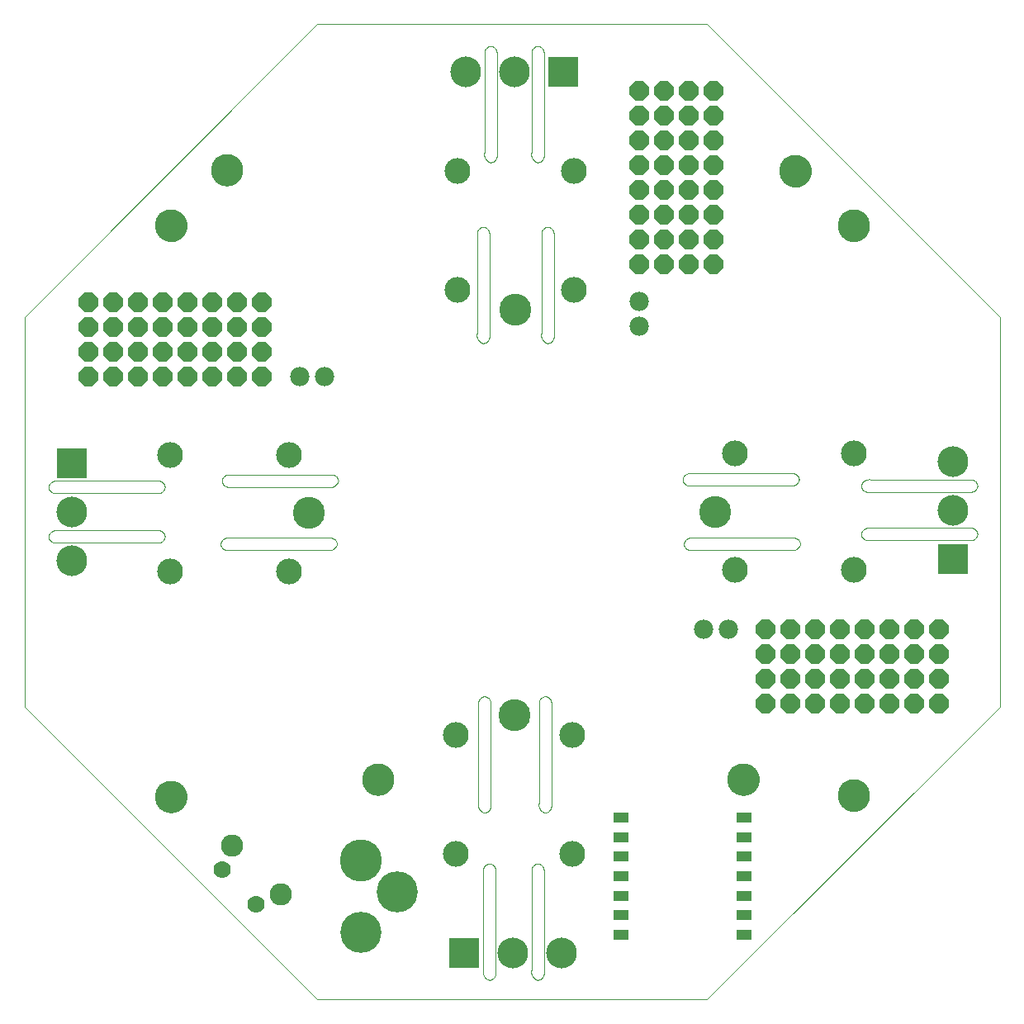
<source format=gbs>
G75*
%MOIN*%
%OFA0B0*%
%FSLAX25Y25*%
%IPPOS*%
%LPD*%
%AMOC8*
5,1,8,0,0,1.08239X$1,22.5*
%
%ADD10C,0.00100*%
%ADD11C,0.00000*%
%ADD12C,0.12998*%
%ADD13R,0.12400X0.12400*%
%ADD14C,0.12400*%
%ADD15C,0.16998*%
%ADD16C,0.16600*%
%ADD17C,0.12900*%
%ADD18C,0.10400*%
%ADD19C,0.09000*%
%ADD20C,0.07000*%
%ADD21R,0.06306X0.04337*%
%ADD22OC8,0.07800*%
%ADD23C,0.07800*%
D10*
X0129480Y0012130D02*
X0011370Y0130240D01*
X0011370Y0287720D01*
X0129480Y0405831D01*
X0286961Y0405831D01*
X0405071Y0287720D01*
X0405071Y0130240D01*
X0286961Y0012130D01*
X0129480Y0012130D01*
X0196500Y0024000D02*
X0196500Y0064000D01*
X0199000Y0067000D02*
X0199103Y0066988D01*
X0199205Y0066973D01*
X0199306Y0066954D01*
X0199407Y0066932D01*
X0199507Y0066905D01*
X0199606Y0066875D01*
X0199703Y0066841D01*
X0199799Y0066804D01*
X0199894Y0066763D01*
X0199987Y0066718D01*
X0200079Y0066670D01*
X0200168Y0066619D01*
X0200256Y0066564D01*
X0200341Y0066506D01*
X0200425Y0066445D01*
X0200505Y0066381D01*
X0200584Y0066314D01*
X0200660Y0066244D01*
X0200733Y0066171D01*
X0200803Y0066096D01*
X0200871Y0066018D01*
X0200936Y0065937D01*
X0200997Y0065854D01*
X0201056Y0065769D01*
X0201111Y0065682D01*
X0201163Y0065592D01*
X0201211Y0065501D01*
X0201256Y0065408D01*
X0201298Y0065314D01*
X0201336Y0065218D01*
X0201370Y0065120D01*
X0201401Y0065022D01*
X0201428Y0064922D01*
X0201451Y0064822D01*
X0201471Y0064720D01*
X0201486Y0064618D01*
X0201498Y0064516D01*
X0201506Y0064413D01*
X0201510Y0064309D01*
X0201511Y0064206D01*
X0201507Y0064103D01*
X0201500Y0064000D01*
X0201500Y0023000D01*
X0199000Y0020000D02*
X0198890Y0020028D01*
X0198780Y0020059D01*
X0198672Y0020094D01*
X0198565Y0020133D01*
X0198459Y0020175D01*
X0198355Y0020221D01*
X0198252Y0020270D01*
X0198151Y0020323D01*
X0198052Y0020380D01*
X0197955Y0020439D01*
X0197860Y0020502D01*
X0197768Y0020568D01*
X0197677Y0020637D01*
X0197589Y0020710D01*
X0197504Y0020785D01*
X0197421Y0020863D01*
X0197341Y0020944D01*
X0197263Y0021028D01*
X0197189Y0021114D01*
X0197118Y0021203D01*
X0197049Y0021294D01*
X0196984Y0021387D01*
X0196922Y0021482D01*
X0196863Y0021580D01*
X0196808Y0021680D01*
X0196756Y0021781D01*
X0196708Y0021884D01*
X0196663Y0021989D01*
X0196621Y0022095D01*
X0196584Y0022202D01*
X0196550Y0022311D01*
X0196520Y0022421D01*
X0196493Y0022532D01*
X0196471Y0022643D01*
X0196452Y0022755D01*
X0196437Y0022868D01*
X0196426Y0022982D01*
X0196419Y0023095D01*
X0196415Y0023209D01*
X0196416Y0023323D01*
X0196420Y0023437D01*
X0196429Y0023550D01*
X0196441Y0023664D01*
X0196457Y0023776D01*
X0196477Y0023889D01*
X0196500Y0024000D01*
X0199000Y0020000D02*
X0199103Y0020012D01*
X0199205Y0020027D01*
X0199306Y0020046D01*
X0199407Y0020068D01*
X0199507Y0020095D01*
X0199606Y0020125D01*
X0199703Y0020159D01*
X0199799Y0020196D01*
X0199894Y0020237D01*
X0199987Y0020282D01*
X0200079Y0020330D01*
X0200168Y0020381D01*
X0200256Y0020436D01*
X0200341Y0020494D01*
X0200425Y0020555D01*
X0200505Y0020619D01*
X0200584Y0020686D01*
X0200660Y0020756D01*
X0200733Y0020829D01*
X0200803Y0020904D01*
X0200871Y0020982D01*
X0200936Y0021063D01*
X0200997Y0021146D01*
X0201056Y0021231D01*
X0201111Y0021318D01*
X0201163Y0021408D01*
X0201211Y0021499D01*
X0201256Y0021592D01*
X0201298Y0021686D01*
X0201336Y0021782D01*
X0201370Y0021880D01*
X0201401Y0021978D01*
X0201428Y0022078D01*
X0201451Y0022178D01*
X0201471Y0022280D01*
X0201486Y0022382D01*
X0201498Y0022484D01*
X0201506Y0022587D01*
X0201510Y0022691D01*
X0201511Y0022794D01*
X0201507Y0022897D01*
X0201500Y0023000D01*
X0216000Y0024000D02*
X0216000Y0064000D01*
X0218500Y0067000D02*
X0218603Y0066988D01*
X0218705Y0066973D01*
X0218806Y0066954D01*
X0218907Y0066932D01*
X0219007Y0066905D01*
X0219106Y0066875D01*
X0219203Y0066841D01*
X0219299Y0066804D01*
X0219394Y0066763D01*
X0219487Y0066718D01*
X0219579Y0066670D01*
X0219668Y0066619D01*
X0219756Y0066564D01*
X0219841Y0066506D01*
X0219925Y0066445D01*
X0220005Y0066381D01*
X0220084Y0066314D01*
X0220160Y0066244D01*
X0220233Y0066171D01*
X0220303Y0066096D01*
X0220371Y0066018D01*
X0220436Y0065937D01*
X0220497Y0065854D01*
X0220556Y0065769D01*
X0220611Y0065682D01*
X0220663Y0065592D01*
X0220711Y0065501D01*
X0220756Y0065408D01*
X0220798Y0065314D01*
X0220836Y0065218D01*
X0220870Y0065120D01*
X0220901Y0065022D01*
X0220928Y0064922D01*
X0220951Y0064822D01*
X0220971Y0064720D01*
X0220986Y0064618D01*
X0220998Y0064516D01*
X0221006Y0064413D01*
X0221010Y0064309D01*
X0221011Y0064206D01*
X0221007Y0064103D01*
X0221000Y0064000D01*
X0221000Y0023000D01*
X0218500Y0020000D02*
X0218390Y0020028D01*
X0218280Y0020059D01*
X0218172Y0020094D01*
X0218065Y0020133D01*
X0217959Y0020175D01*
X0217855Y0020221D01*
X0217752Y0020270D01*
X0217651Y0020323D01*
X0217552Y0020380D01*
X0217455Y0020439D01*
X0217360Y0020502D01*
X0217268Y0020568D01*
X0217177Y0020637D01*
X0217089Y0020710D01*
X0217004Y0020785D01*
X0216921Y0020863D01*
X0216841Y0020944D01*
X0216763Y0021028D01*
X0216689Y0021114D01*
X0216618Y0021203D01*
X0216549Y0021294D01*
X0216484Y0021387D01*
X0216422Y0021482D01*
X0216363Y0021580D01*
X0216308Y0021680D01*
X0216256Y0021781D01*
X0216208Y0021884D01*
X0216163Y0021989D01*
X0216121Y0022095D01*
X0216084Y0022202D01*
X0216050Y0022311D01*
X0216020Y0022421D01*
X0215993Y0022532D01*
X0215971Y0022643D01*
X0215952Y0022755D01*
X0215937Y0022868D01*
X0215926Y0022982D01*
X0215919Y0023095D01*
X0215915Y0023209D01*
X0215916Y0023323D01*
X0215920Y0023437D01*
X0215929Y0023550D01*
X0215941Y0023664D01*
X0215957Y0023776D01*
X0215977Y0023889D01*
X0216000Y0024000D01*
X0218500Y0020000D02*
X0218603Y0020012D01*
X0218705Y0020027D01*
X0218806Y0020046D01*
X0218907Y0020068D01*
X0219007Y0020095D01*
X0219106Y0020125D01*
X0219203Y0020159D01*
X0219299Y0020196D01*
X0219394Y0020237D01*
X0219487Y0020282D01*
X0219579Y0020330D01*
X0219668Y0020381D01*
X0219756Y0020436D01*
X0219841Y0020494D01*
X0219925Y0020555D01*
X0220005Y0020619D01*
X0220084Y0020686D01*
X0220160Y0020756D01*
X0220233Y0020829D01*
X0220303Y0020904D01*
X0220371Y0020982D01*
X0220436Y0021063D01*
X0220497Y0021146D01*
X0220556Y0021231D01*
X0220611Y0021318D01*
X0220663Y0021408D01*
X0220711Y0021499D01*
X0220756Y0021592D01*
X0220798Y0021686D01*
X0220836Y0021782D01*
X0220870Y0021880D01*
X0220901Y0021978D01*
X0220928Y0022078D01*
X0220951Y0022178D01*
X0220971Y0022280D01*
X0220986Y0022382D01*
X0220998Y0022484D01*
X0221006Y0022587D01*
X0221010Y0022691D01*
X0221011Y0022794D01*
X0221007Y0022897D01*
X0221000Y0023000D01*
X0216000Y0064000D02*
X0215993Y0064103D01*
X0215989Y0064206D01*
X0215990Y0064309D01*
X0215994Y0064413D01*
X0216002Y0064516D01*
X0216014Y0064618D01*
X0216029Y0064720D01*
X0216049Y0064822D01*
X0216072Y0064922D01*
X0216099Y0065022D01*
X0216130Y0065120D01*
X0216164Y0065218D01*
X0216202Y0065314D01*
X0216244Y0065408D01*
X0216289Y0065501D01*
X0216337Y0065592D01*
X0216389Y0065682D01*
X0216444Y0065769D01*
X0216503Y0065854D01*
X0216564Y0065937D01*
X0216629Y0066018D01*
X0216697Y0066096D01*
X0216767Y0066171D01*
X0216840Y0066244D01*
X0216916Y0066314D01*
X0216995Y0066381D01*
X0217075Y0066445D01*
X0217159Y0066506D01*
X0217244Y0066564D01*
X0217332Y0066619D01*
X0217421Y0066670D01*
X0217513Y0066718D01*
X0217606Y0066763D01*
X0217701Y0066804D01*
X0217797Y0066841D01*
X0217894Y0066875D01*
X0217993Y0066905D01*
X0218093Y0066932D01*
X0218194Y0066954D01*
X0218295Y0066973D01*
X0218397Y0066988D01*
X0218500Y0067000D01*
X0199000Y0067000D02*
X0198897Y0066988D01*
X0198795Y0066973D01*
X0198694Y0066954D01*
X0198593Y0066932D01*
X0198493Y0066905D01*
X0198394Y0066875D01*
X0198297Y0066841D01*
X0198201Y0066804D01*
X0198106Y0066763D01*
X0198013Y0066718D01*
X0197921Y0066670D01*
X0197832Y0066619D01*
X0197744Y0066564D01*
X0197659Y0066506D01*
X0197575Y0066445D01*
X0197495Y0066381D01*
X0197416Y0066314D01*
X0197340Y0066244D01*
X0197267Y0066171D01*
X0197197Y0066096D01*
X0197129Y0066018D01*
X0197064Y0065937D01*
X0197003Y0065854D01*
X0196944Y0065769D01*
X0196889Y0065682D01*
X0196837Y0065592D01*
X0196789Y0065501D01*
X0196744Y0065408D01*
X0196702Y0065314D01*
X0196664Y0065218D01*
X0196630Y0065120D01*
X0196599Y0065022D01*
X0196572Y0064922D01*
X0196549Y0064822D01*
X0196529Y0064720D01*
X0196514Y0064618D01*
X0196502Y0064516D01*
X0196494Y0064413D01*
X0196490Y0064309D01*
X0196489Y0064206D01*
X0196493Y0064103D01*
X0196500Y0064000D01*
X0197000Y0087500D02*
X0197103Y0087512D01*
X0197205Y0087527D01*
X0197306Y0087546D01*
X0197407Y0087568D01*
X0197507Y0087595D01*
X0197606Y0087625D01*
X0197703Y0087659D01*
X0197799Y0087696D01*
X0197894Y0087737D01*
X0197987Y0087782D01*
X0198079Y0087830D01*
X0198168Y0087881D01*
X0198256Y0087936D01*
X0198341Y0087994D01*
X0198425Y0088055D01*
X0198505Y0088119D01*
X0198584Y0088186D01*
X0198660Y0088256D01*
X0198733Y0088329D01*
X0198803Y0088404D01*
X0198871Y0088482D01*
X0198936Y0088563D01*
X0198997Y0088646D01*
X0199056Y0088731D01*
X0199111Y0088818D01*
X0199163Y0088908D01*
X0199211Y0088999D01*
X0199256Y0089092D01*
X0199298Y0089186D01*
X0199336Y0089282D01*
X0199370Y0089380D01*
X0199401Y0089478D01*
X0199428Y0089578D01*
X0199451Y0089678D01*
X0199471Y0089780D01*
X0199486Y0089882D01*
X0199498Y0089984D01*
X0199506Y0090087D01*
X0199510Y0090191D01*
X0199511Y0090294D01*
X0199507Y0090397D01*
X0199500Y0090500D01*
X0199500Y0131500D01*
X0197000Y0134500D02*
X0196897Y0134488D01*
X0196795Y0134473D01*
X0196694Y0134454D01*
X0196593Y0134432D01*
X0196493Y0134405D01*
X0196394Y0134375D01*
X0196297Y0134341D01*
X0196201Y0134304D01*
X0196106Y0134263D01*
X0196013Y0134218D01*
X0195921Y0134170D01*
X0195832Y0134119D01*
X0195744Y0134064D01*
X0195659Y0134006D01*
X0195575Y0133945D01*
X0195495Y0133881D01*
X0195416Y0133814D01*
X0195340Y0133744D01*
X0195267Y0133671D01*
X0195197Y0133596D01*
X0195129Y0133518D01*
X0195064Y0133437D01*
X0195003Y0133354D01*
X0194944Y0133269D01*
X0194889Y0133182D01*
X0194837Y0133092D01*
X0194789Y0133001D01*
X0194744Y0132908D01*
X0194702Y0132814D01*
X0194664Y0132718D01*
X0194630Y0132620D01*
X0194599Y0132522D01*
X0194572Y0132422D01*
X0194549Y0132322D01*
X0194529Y0132220D01*
X0194514Y0132118D01*
X0194502Y0132016D01*
X0194494Y0131913D01*
X0194490Y0131809D01*
X0194489Y0131706D01*
X0194493Y0131603D01*
X0194500Y0131500D01*
X0194500Y0091500D01*
X0194477Y0091389D01*
X0194457Y0091276D01*
X0194441Y0091164D01*
X0194429Y0091050D01*
X0194420Y0090937D01*
X0194416Y0090823D01*
X0194415Y0090709D01*
X0194419Y0090595D01*
X0194426Y0090482D01*
X0194437Y0090368D01*
X0194452Y0090255D01*
X0194471Y0090143D01*
X0194493Y0090032D01*
X0194520Y0089921D01*
X0194550Y0089811D01*
X0194584Y0089702D01*
X0194621Y0089595D01*
X0194663Y0089489D01*
X0194708Y0089384D01*
X0194756Y0089281D01*
X0194808Y0089180D01*
X0194863Y0089080D01*
X0194922Y0088982D01*
X0194984Y0088887D01*
X0195049Y0088794D01*
X0195118Y0088703D01*
X0195189Y0088614D01*
X0195263Y0088528D01*
X0195341Y0088444D01*
X0195421Y0088363D01*
X0195504Y0088285D01*
X0195589Y0088210D01*
X0195677Y0088137D01*
X0195768Y0088068D01*
X0195860Y0088002D01*
X0195955Y0087939D01*
X0196052Y0087880D01*
X0196151Y0087823D01*
X0196252Y0087770D01*
X0196355Y0087721D01*
X0196459Y0087675D01*
X0196565Y0087633D01*
X0196672Y0087594D01*
X0196780Y0087559D01*
X0196890Y0087528D01*
X0197000Y0087500D01*
X0219000Y0091500D02*
X0219000Y0131500D01*
X0221500Y0134500D02*
X0221603Y0134488D01*
X0221705Y0134473D01*
X0221806Y0134454D01*
X0221907Y0134432D01*
X0222007Y0134405D01*
X0222106Y0134375D01*
X0222203Y0134341D01*
X0222299Y0134304D01*
X0222394Y0134263D01*
X0222487Y0134218D01*
X0222579Y0134170D01*
X0222668Y0134119D01*
X0222756Y0134064D01*
X0222841Y0134006D01*
X0222925Y0133945D01*
X0223005Y0133881D01*
X0223084Y0133814D01*
X0223160Y0133744D01*
X0223233Y0133671D01*
X0223303Y0133596D01*
X0223371Y0133518D01*
X0223436Y0133437D01*
X0223497Y0133354D01*
X0223556Y0133269D01*
X0223611Y0133182D01*
X0223663Y0133092D01*
X0223711Y0133001D01*
X0223756Y0132908D01*
X0223798Y0132814D01*
X0223836Y0132718D01*
X0223870Y0132620D01*
X0223901Y0132522D01*
X0223928Y0132422D01*
X0223951Y0132322D01*
X0223971Y0132220D01*
X0223986Y0132118D01*
X0223998Y0132016D01*
X0224006Y0131913D01*
X0224010Y0131809D01*
X0224011Y0131706D01*
X0224007Y0131603D01*
X0224000Y0131500D01*
X0224000Y0090500D01*
X0221500Y0087500D02*
X0221390Y0087528D01*
X0221280Y0087559D01*
X0221172Y0087594D01*
X0221065Y0087633D01*
X0220959Y0087675D01*
X0220855Y0087721D01*
X0220752Y0087770D01*
X0220651Y0087823D01*
X0220552Y0087880D01*
X0220455Y0087939D01*
X0220360Y0088002D01*
X0220268Y0088068D01*
X0220177Y0088137D01*
X0220089Y0088210D01*
X0220004Y0088285D01*
X0219921Y0088363D01*
X0219841Y0088444D01*
X0219763Y0088528D01*
X0219689Y0088614D01*
X0219618Y0088703D01*
X0219549Y0088794D01*
X0219484Y0088887D01*
X0219422Y0088982D01*
X0219363Y0089080D01*
X0219308Y0089180D01*
X0219256Y0089281D01*
X0219208Y0089384D01*
X0219163Y0089489D01*
X0219121Y0089595D01*
X0219084Y0089702D01*
X0219050Y0089811D01*
X0219020Y0089921D01*
X0218993Y0090032D01*
X0218971Y0090143D01*
X0218952Y0090255D01*
X0218937Y0090368D01*
X0218926Y0090482D01*
X0218919Y0090595D01*
X0218915Y0090709D01*
X0218916Y0090823D01*
X0218920Y0090937D01*
X0218929Y0091050D01*
X0218941Y0091164D01*
X0218957Y0091276D01*
X0218977Y0091389D01*
X0219000Y0091500D01*
X0221500Y0087500D02*
X0221603Y0087512D01*
X0221705Y0087527D01*
X0221806Y0087546D01*
X0221907Y0087568D01*
X0222007Y0087595D01*
X0222106Y0087625D01*
X0222203Y0087659D01*
X0222299Y0087696D01*
X0222394Y0087737D01*
X0222487Y0087782D01*
X0222579Y0087830D01*
X0222668Y0087881D01*
X0222756Y0087936D01*
X0222841Y0087994D01*
X0222925Y0088055D01*
X0223005Y0088119D01*
X0223084Y0088186D01*
X0223160Y0088256D01*
X0223233Y0088329D01*
X0223303Y0088404D01*
X0223371Y0088482D01*
X0223436Y0088563D01*
X0223497Y0088646D01*
X0223556Y0088731D01*
X0223611Y0088818D01*
X0223663Y0088908D01*
X0223711Y0088999D01*
X0223756Y0089092D01*
X0223798Y0089186D01*
X0223836Y0089282D01*
X0223870Y0089380D01*
X0223901Y0089478D01*
X0223928Y0089578D01*
X0223951Y0089678D01*
X0223971Y0089780D01*
X0223986Y0089882D01*
X0223998Y0089984D01*
X0224006Y0090087D01*
X0224010Y0090191D01*
X0224011Y0090294D01*
X0224007Y0090397D01*
X0224000Y0090500D01*
X0219000Y0131500D02*
X0218993Y0131603D01*
X0218989Y0131706D01*
X0218990Y0131809D01*
X0218994Y0131913D01*
X0219002Y0132016D01*
X0219014Y0132118D01*
X0219029Y0132220D01*
X0219049Y0132322D01*
X0219072Y0132422D01*
X0219099Y0132522D01*
X0219130Y0132620D01*
X0219164Y0132718D01*
X0219202Y0132814D01*
X0219244Y0132908D01*
X0219289Y0133001D01*
X0219337Y0133092D01*
X0219389Y0133182D01*
X0219444Y0133269D01*
X0219503Y0133354D01*
X0219564Y0133437D01*
X0219629Y0133518D01*
X0219697Y0133596D01*
X0219767Y0133671D01*
X0219840Y0133744D01*
X0219916Y0133814D01*
X0219995Y0133881D01*
X0220075Y0133945D01*
X0220159Y0134006D01*
X0220244Y0134064D01*
X0220332Y0134119D01*
X0220421Y0134170D01*
X0220513Y0134218D01*
X0220606Y0134263D01*
X0220701Y0134304D01*
X0220797Y0134341D01*
X0220894Y0134375D01*
X0220993Y0134405D01*
X0221093Y0134432D01*
X0221194Y0134454D01*
X0221295Y0134473D01*
X0221397Y0134488D01*
X0221500Y0134500D01*
X0199500Y0131500D02*
X0199507Y0131603D01*
X0199511Y0131706D01*
X0199510Y0131809D01*
X0199506Y0131913D01*
X0199498Y0132016D01*
X0199486Y0132118D01*
X0199471Y0132220D01*
X0199451Y0132322D01*
X0199428Y0132422D01*
X0199401Y0132522D01*
X0199370Y0132620D01*
X0199336Y0132718D01*
X0199298Y0132814D01*
X0199256Y0132908D01*
X0199211Y0133001D01*
X0199163Y0133092D01*
X0199111Y0133182D01*
X0199056Y0133269D01*
X0198997Y0133354D01*
X0198936Y0133437D01*
X0198871Y0133518D01*
X0198803Y0133596D01*
X0198733Y0133671D01*
X0198660Y0133744D01*
X0198584Y0133814D01*
X0198505Y0133881D01*
X0198425Y0133945D01*
X0198341Y0134006D01*
X0198256Y0134064D01*
X0198168Y0134119D01*
X0198079Y0134170D01*
X0197987Y0134218D01*
X0197894Y0134263D01*
X0197799Y0134304D01*
X0197703Y0134341D01*
X0197606Y0134375D01*
X0197507Y0134405D01*
X0197407Y0134432D01*
X0197306Y0134454D01*
X0197205Y0134473D01*
X0197103Y0134488D01*
X0197000Y0134500D01*
X0133500Y0193500D02*
X0093500Y0193500D01*
X0090500Y0196000D02*
X0090512Y0196103D01*
X0090527Y0196205D01*
X0090546Y0196306D01*
X0090568Y0196407D01*
X0090595Y0196507D01*
X0090625Y0196606D01*
X0090659Y0196703D01*
X0090696Y0196799D01*
X0090737Y0196894D01*
X0090782Y0196987D01*
X0090830Y0197079D01*
X0090881Y0197168D01*
X0090936Y0197256D01*
X0090994Y0197341D01*
X0091055Y0197425D01*
X0091119Y0197505D01*
X0091186Y0197584D01*
X0091256Y0197660D01*
X0091329Y0197733D01*
X0091404Y0197803D01*
X0091482Y0197871D01*
X0091563Y0197936D01*
X0091646Y0197997D01*
X0091731Y0198056D01*
X0091818Y0198111D01*
X0091908Y0198163D01*
X0091999Y0198211D01*
X0092092Y0198256D01*
X0092186Y0198298D01*
X0092282Y0198336D01*
X0092380Y0198370D01*
X0092478Y0198401D01*
X0092578Y0198428D01*
X0092678Y0198451D01*
X0092780Y0198471D01*
X0092882Y0198486D01*
X0092984Y0198498D01*
X0093087Y0198506D01*
X0093191Y0198510D01*
X0093294Y0198511D01*
X0093397Y0198507D01*
X0093500Y0198500D01*
X0134500Y0198500D01*
X0137500Y0196000D02*
X0137472Y0195890D01*
X0137441Y0195780D01*
X0137406Y0195672D01*
X0137367Y0195565D01*
X0137325Y0195459D01*
X0137279Y0195355D01*
X0137230Y0195252D01*
X0137177Y0195151D01*
X0137120Y0195052D01*
X0137061Y0194955D01*
X0136998Y0194860D01*
X0136932Y0194768D01*
X0136863Y0194677D01*
X0136790Y0194589D01*
X0136715Y0194504D01*
X0136637Y0194421D01*
X0136556Y0194341D01*
X0136472Y0194263D01*
X0136386Y0194189D01*
X0136297Y0194118D01*
X0136206Y0194049D01*
X0136113Y0193984D01*
X0136018Y0193922D01*
X0135920Y0193863D01*
X0135820Y0193808D01*
X0135719Y0193756D01*
X0135616Y0193708D01*
X0135511Y0193663D01*
X0135405Y0193621D01*
X0135298Y0193584D01*
X0135189Y0193550D01*
X0135079Y0193520D01*
X0134968Y0193493D01*
X0134857Y0193471D01*
X0134745Y0193452D01*
X0134632Y0193437D01*
X0134518Y0193426D01*
X0134405Y0193419D01*
X0134291Y0193415D01*
X0134177Y0193416D01*
X0134063Y0193420D01*
X0133950Y0193429D01*
X0133836Y0193441D01*
X0133724Y0193457D01*
X0133611Y0193477D01*
X0133500Y0193500D01*
X0137500Y0196000D02*
X0137488Y0196103D01*
X0137473Y0196205D01*
X0137454Y0196306D01*
X0137432Y0196407D01*
X0137405Y0196507D01*
X0137375Y0196606D01*
X0137341Y0196703D01*
X0137304Y0196799D01*
X0137263Y0196894D01*
X0137218Y0196987D01*
X0137170Y0197079D01*
X0137119Y0197168D01*
X0137064Y0197256D01*
X0137006Y0197341D01*
X0136945Y0197425D01*
X0136881Y0197505D01*
X0136814Y0197584D01*
X0136744Y0197660D01*
X0136671Y0197733D01*
X0136596Y0197803D01*
X0136518Y0197871D01*
X0136437Y0197936D01*
X0136354Y0197997D01*
X0136269Y0198056D01*
X0136182Y0198111D01*
X0136092Y0198163D01*
X0136001Y0198211D01*
X0135908Y0198256D01*
X0135814Y0198298D01*
X0135718Y0198336D01*
X0135620Y0198370D01*
X0135522Y0198401D01*
X0135422Y0198428D01*
X0135322Y0198451D01*
X0135220Y0198471D01*
X0135118Y0198486D01*
X0135016Y0198498D01*
X0134913Y0198506D01*
X0134809Y0198510D01*
X0134706Y0198511D01*
X0134603Y0198507D01*
X0134500Y0198500D01*
X0134000Y0219000D02*
X0094000Y0219000D01*
X0091000Y0221500D02*
X0091012Y0221603D01*
X0091027Y0221705D01*
X0091046Y0221806D01*
X0091068Y0221907D01*
X0091095Y0222007D01*
X0091125Y0222106D01*
X0091159Y0222203D01*
X0091196Y0222299D01*
X0091237Y0222394D01*
X0091282Y0222487D01*
X0091330Y0222579D01*
X0091381Y0222668D01*
X0091436Y0222756D01*
X0091494Y0222841D01*
X0091555Y0222925D01*
X0091619Y0223005D01*
X0091686Y0223084D01*
X0091756Y0223160D01*
X0091829Y0223233D01*
X0091904Y0223303D01*
X0091982Y0223371D01*
X0092063Y0223436D01*
X0092146Y0223497D01*
X0092231Y0223556D01*
X0092318Y0223611D01*
X0092408Y0223663D01*
X0092499Y0223711D01*
X0092592Y0223756D01*
X0092686Y0223798D01*
X0092782Y0223836D01*
X0092880Y0223870D01*
X0092978Y0223901D01*
X0093078Y0223928D01*
X0093178Y0223951D01*
X0093280Y0223971D01*
X0093382Y0223986D01*
X0093484Y0223998D01*
X0093587Y0224006D01*
X0093691Y0224010D01*
X0093794Y0224011D01*
X0093897Y0224007D01*
X0094000Y0224000D01*
X0135000Y0224000D01*
X0138000Y0221500D02*
X0137972Y0221390D01*
X0137941Y0221280D01*
X0137906Y0221172D01*
X0137867Y0221065D01*
X0137825Y0220959D01*
X0137779Y0220855D01*
X0137730Y0220752D01*
X0137677Y0220651D01*
X0137620Y0220552D01*
X0137561Y0220455D01*
X0137498Y0220360D01*
X0137432Y0220268D01*
X0137363Y0220177D01*
X0137290Y0220089D01*
X0137215Y0220004D01*
X0137137Y0219921D01*
X0137056Y0219841D01*
X0136972Y0219763D01*
X0136886Y0219689D01*
X0136797Y0219618D01*
X0136706Y0219549D01*
X0136613Y0219484D01*
X0136518Y0219422D01*
X0136420Y0219363D01*
X0136320Y0219308D01*
X0136219Y0219256D01*
X0136116Y0219208D01*
X0136011Y0219163D01*
X0135905Y0219121D01*
X0135798Y0219084D01*
X0135689Y0219050D01*
X0135579Y0219020D01*
X0135468Y0218993D01*
X0135357Y0218971D01*
X0135245Y0218952D01*
X0135132Y0218937D01*
X0135018Y0218926D01*
X0134905Y0218919D01*
X0134791Y0218915D01*
X0134677Y0218916D01*
X0134563Y0218920D01*
X0134450Y0218929D01*
X0134336Y0218941D01*
X0134224Y0218957D01*
X0134111Y0218977D01*
X0134000Y0219000D01*
X0138000Y0221500D02*
X0137988Y0221603D01*
X0137973Y0221705D01*
X0137954Y0221806D01*
X0137932Y0221907D01*
X0137905Y0222007D01*
X0137875Y0222106D01*
X0137841Y0222203D01*
X0137804Y0222299D01*
X0137763Y0222394D01*
X0137718Y0222487D01*
X0137670Y0222579D01*
X0137619Y0222668D01*
X0137564Y0222756D01*
X0137506Y0222841D01*
X0137445Y0222925D01*
X0137381Y0223005D01*
X0137314Y0223084D01*
X0137244Y0223160D01*
X0137171Y0223233D01*
X0137096Y0223303D01*
X0137018Y0223371D01*
X0136937Y0223436D01*
X0136854Y0223497D01*
X0136769Y0223556D01*
X0136682Y0223611D01*
X0136592Y0223663D01*
X0136501Y0223711D01*
X0136408Y0223756D01*
X0136314Y0223798D01*
X0136218Y0223836D01*
X0136120Y0223870D01*
X0136022Y0223901D01*
X0135922Y0223928D01*
X0135822Y0223951D01*
X0135720Y0223971D01*
X0135618Y0223986D01*
X0135516Y0223998D01*
X0135413Y0224006D01*
X0135309Y0224010D01*
X0135206Y0224011D01*
X0135103Y0224007D01*
X0135000Y0224000D01*
X0094000Y0219000D02*
X0093897Y0218993D01*
X0093794Y0218989D01*
X0093691Y0218990D01*
X0093587Y0218994D01*
X0093484Y0219002D01*
X0093382Y0219014D01*
X0093280Y0219029D01*
X0093178Y0219049D01*
X0093078Y0219072D01*
X0092978Y0219099D01*
X0092880Y0219130D01*
X0092782Y0219164D01*
X0092686Y0219202D01*
X0092592Y0219244D01*
X0092499Y0219289D01*
X0092408Y0219337D01*
X0092318Y0219389D01*
X0092231Y0219444D01*
X0092146Y0219503D01*
X0092063Y0219564D01*
X0091982Y0219629D01*
X0091904Y0219697D01*
X0091829Y0219767D01*
X0091756Y0219840D01*
X0091686Y0219916D01*
X0091619Y0219995D01*
X0091555Y0220075D01*
X0091494Y0220159D01*
X0091436Y0220244D01*
X0091381Y0220332D01*
X0091330Y0220421D01*
X0091282Y0220513D01*
X0091237Y0220606D01*
X0091196Y0220701D01*
X0091159Y0220797D01*
X0091125Y0220894D01*
X0091095Y0220993D01*
X0091068Y0221093D01*
X0091046Y0221194D01*
X0091027Y0221295D01*
X0091012Y0221397D01*
X0091000Y0221500D01*
X0090500Y0196000D02*
X0090512Y0195897D01*
X0090527Y0195795D01*
X0090546Y0195694D01*
X0090568Y0195593D01*
X0090595Y0195493D01*
X0090625Y0195394D01*
X0090659Y0195297D01*
X0090696Y0195201D01*
X0090737Y0195106D01*
X0090782Y0195013D01*
X0090830Y0194921D01*
X0090881Y0194832D01*
X0090936Y0194744D01*
X0090994Y0194659D01*
X0091055Y0194575D01*
X0091119Y0194495D01*
X0091186Y0194416D01*
X0091256Y0194340D01*
X0091329Y0194267D01*
X0091404Y0194197D01*
X0091482Y0194129D01*
X0091563Y0194064D01*
X0091646Y0194003D01*
X0091731Y0193944D01*
X0091818Y0193889D01*
X0091908Y0193837D01*
X0091999Y0193789D01*
X0092092Y0193744D01*
X0092186Y0193702D01*
X0092282Y0193664D01*
X0092380Y0193630D01*
X0092478Y0193599D01*
X0092578Y0193572D01*
X0092678Y0193549D01*
X0092780Y0193529D01*
X0092882Y0193514D01*
X0092984Y0193502D01*
X0093087Y0193494D01*
X0093191Y0193490D01*
X0093294Y0193489D01*
X0093397Y0193493D01*
X0093500Y0193500D01*
X0065000Y0196500D02*
X0024000Y0196500D01*
X0021000Y0199000D02*
X0021028Y0199110D01*
X0021059Y0199220D01*
X0021094Y0199328D01*
X0021133Y0199435D01*
X0021175Y0199541D01*
X0021221Y0199645D01*
X0021270Y0199748D01*
X0021323Y0199849D01*
X0021380Y0199948D01*
X0021439Y0200045D01*
X0021502Y0200140D01*
X0021568Y0200232D01*
X0021637Y0200323D01*
X0021710Y0200411D01*
X0021785Y0200496D01*
X0021863Y0200579D01*
X0021944Y0200659D01*
X0022028Y0200737D01*
X0022114Y0200811D01*
X0022203Y0200882D01*
X0022294Y0200951D01*
X0022387Y0201016D01*
X0022482Y0201078D01*
X0022580Y0201137D01*
X0022680Y0201192D01*
X0022781Y0201244D01*
X0022884Y0201292D01*
X0022989Y0201337D01*
X0023095Y0201379D01*
X0023202Y0201416D01*
X0023311Y0201450D01*
X0023421Y0201480D01*
X0023532Y0201507D01*
X0023643Y0201529D01*
X0023755Y0201548D01*
X0023868Y0201563D01*
X0023982Y0201574D01*
X0024095Y0201581D01*
X0024209Y0201585D01*
X0024323Y0201584D01*
X0024437Y0201580D01*
X0024550Y0201571D01*
X0024664Y0201559D01*
X0024776Y0201543D01*
X0024889Y0201523D01*
X0025000Y0201500D01*
X0065000Y0201500D01*
X0068000Y0199000D02*
X0067988Y0198897D01*
X0067973Y0198795D01*
X0067954Y0198694D01*
X0067932Y0198593D01*
X0067905Y0198493D01*
X0067875Y0198394D01*
X0067841Y0198297D01*
X0067804Y0198201D01*
X0067763Y0198106D01*
X0067718Y0198013D01*
X0067670Y0197921D01*
X0067619Y0197832D01*
X0067564Y0197744D01*
X0067506Y0197659D01*
X0067445Y0197575D01*
X0067381Y0197495D01*
X0067314Y0197416D01*
X0067244Y0197340D01*
X0067171Y0197267D01*
X0067096Y0197197D01*
X0067018Y0197129D01*
X0066937Y0197064D01*
X0066854Y0197003D01*
X0066769Y0196944D01*
X0066682Y0196889D01*
X0066592Y0196837D01*
X0066501Y0196789D01*
X0066408Y0196744D01*
X0066314Y0196702D01*
X0066218Y0196664D01*
X0066120Y0196630D01*
X0066022Y0196599D01*
X0065922Y0196572D01*
X0065822Y0196549D01*
X0065720Y0196529D01*
X0065618Y0196514D01*
X0065516Y0196502D01*
X0065413Y0196494D01*
X0065309Y0196490D01*
X0065206Y0196489D01*
X0065103Y0196493D01*
X0065000Y0196500D01*
X0068000Y0199000D02*
X0067988Y0199103D01*
X0067973Y0199205D01*
X0067954Y0199306D01*
X0067932Y0199407D01*
X0067905Y0199507D01*
X0067875Y0199606D01*
X0067841Y0199703D01*
X0067804Y0199799D01*
X0067763Y0199894D01*
X0067718Y0199987D01*
X0067670Y0200079D01*
X0067619Y0200168D01*
X0067564Y0200256D01*
X0067506Y0200341D01*
X0067445Y0200425D01*
X0067381Y0200505D01*
X0067314Y0200584D01*
X0067244Y0200660D01*
X0067171Y0200733D01*
X0067096Y0200803D01*
X0067018Y0200871D01*
X0066937Y0200936D01*
X0066854Y0200997D01*
X0066769Y0201056D01*
X0066682Y0201111D01*
X0066592Y0201163D01*
X0066501Y0201211D01*
X0066408Y0201256D01*
X0066314Y0201298D01*
X0066218Y0201336D01*
X0066120Y0201370D01*
X0066022Y0201401D01*
X0065922Y0201428D01*
X0065822Y0201451D01*
X0065720Y0201471D01*
X0065618Y0201486D01*
X0065516Y0201498D01*
X0065413Y0201506D01*
X0065309Y0201510D01*
X0065206Y0201511D01*
X0065103Y0201507D01*
X0065000Y0201500D01*
X0065000Y0216500D02*
X0024000Y0216500D01*
X0021000Y0219000D02*
X0021028Y0219110D01*
X0021059Y0219220D01*
X0021094Y0219328D01*
X0021133Y0219435D01*
X0021175Y0219541D01*
X0021221Y0219645D01*
X0021270Y0219748D01*
X0021323Y0219849D01*
X0021380Y0219948D01*
X0021439Y0220045D01*
X0021502Y0220140D01*
X0021568Y0220232D01*
X0021637Y0220323D01*
X0021710Y0220411D01*
X0021785Y0220496D01*
X0021863Y0220579D01*
X0021944Y0220659D01*
X0022028Y0220737D01*
X0022114Y0220811D01*
X0022203Y0220882D01*
X0022294Y0220951D01*
X0022387Y0221016D01*
X0022482Y0221078D01*
X0022580Y0221137D01*
X0022680Y0221192D01*
X0022781Y0221244D01*
X0022884Y0221292D01*
X0022989Y0221337D01*
X0023095Y0221379D01*
X0023202Y0221416D01*
X0023311Y0221450D01*
X0023421Y0221480D01*
X0023532Y0221507D01*
X0023643Y0221529D01*
X0023755Y0221548D01*
X0023868Y0221563D01*
X0023982Y0221574D01*
X0024095Y0221581D01*
X0024209Y0221585D01*
X0024323Y0221584D01*
X0024437Y0221580D01*
X0024550Y0221571D01*
X0024664Y0221559D01*
X0024776Y0221543D01*
X0024889Y0221523D01*
X0025000Y0221500D01*
X0065000Y0221500D01*
X0068000Y0219000D02*
X0067988Y0218897D01*
X0067973Y0218795D01*
X0067954Y0218694D01*
X0067932Y0218593D01*
X0067905Y0218493D01*
X0067875Y0218394D01*
X0067841Y0218297D01*
X0067804Y0218201D01*
X0067763Y0218106D01*
X0067718Y0218013D01*
X0067670Y0217921D01*
X0067619Y0217832D01*
X0067564Y0217744D01*
X0067506Y0217659D01*
X0067445Y0217575D01*
X0067381Y0217495D01*
X0067314Y0217416D01*
X0067244Y0217340D01*
X0067171Y0217267D01*
X0067096Y0217197D01*
X0067018Y0217129D01*
X0066937Y0217064D01*
X0066854Y0217003D01*
X0066769Y0216944D01*
X0066682Y0216889D01*
X0066592Y0216837D01*
X0066501Y0216789D01*
X0066408Y0216744D01*
X0066314Y0216702D01*
X0066218Y0216664D01*
X0066120Y0216630D01*
X0066022Y0216599D01*
X0065922Y0216572D01*
X0065822Y0216549D01*
X0065720Y0216529D01*
X0065618Y0216514D01*
X0065516Y0216502D01*
X0065413Y0216494D01*
X0065309Y0216490D01*
X0065206Y0216489D01*
X0065103Y0216493D01*
X0065000Y0216500D01*
X0068000Y0219000D02*
X0067988Y0219103D01*
X0067973Y0219205D01*
X0067954Y0219306D01*
X0067932Y0219407D01*
X0067905Y0219507D01*
X0067875Y0219606D01*
X0067841Y0219703D01*
X0067804Y0219799D01*
X0067763Y0219894D01*
X0067718Y0219987D01*
X0067670Y0220079D01*
X0067619Y0220168D01*
X0067564Y0220256D01*
X0067506Y0220341D01*
X0067445Y0220425D01*
X0067381Y0220505D01*
X0067314Y0220584D01*
X0067244Y0220660D01*
X0067171Y0220733D01*
X0067096Y0220803D01*
X0067018Y0220871D01*
X0066937Y0220936D01*
X0066854Y0220997D01*
X0066769Y0221056D01*
X0066682Y0221111D01*
X0066592Y0221163D01*
X0066501Y0221211D01*
X0066408Y0221256D01*
X0066314Y0221298D01*
X0066218Y0221336D01*
X0066120Y0221370D01*
X0066022Y0221401D01*
X0065922Y0221428D01*
X0065822Y0221451D01*
X0065720Y0221471D01*
X0065618Y0221486D01*
X0065516Y0221498D01*
X0065413Y0221506D01*
X0065309Y0221510D01*
X0065206Y0221511D01*
X0065103Y0221507D01*
X0065000Y0221500D01*
X0024000Y0216500D02*
X0023897Y0216493D01*
X0023794Y0216489D01*
X0023691Y0216490D01*
X0023587Y0216494D01*
X0023484Y0216502D01*
X0023382Y0216514D01*
X0023280Y0216529D01*
X0023178Y0216549D01*
X0023078Y0216572D01*
X0022978Y0216599D01*
X0022880Y0216630D01*
X0022782Y0216664D01*
X0022686Y0216702D01*
X0022592Y0216744D01*
X0022499Y0216789D01*
X0022408Y0216837D01*
X0022318Y0216889D01*
X0022231Y0216944D01*
X0022146Y0217003D01*
X0022063Y0217064D01*
X0021982Y0217129D01*
X0021904Y0217197D01*
X0021829Y0217267D01*
X0021756Y0217340D01*
X0021686Y0217416D01*
X0021619Y0217495D01*
X0021555Y0217575D01*
X0021494Y0217659D01*
X0021436Y0217744D01*
X0021381Y0217832D01*
X0021330Y0217921D01*
X0021282Y0218013D01*
X0021237Y0218106D01*
X0021196Y0218201D01*
X0021159Y0218297D01*
X0021125Y0218394D01*
X0021095Y0218493D01*
X0021068Y0218593D01*
X0021046Y0218694D01*
X0021027Y0218795D01*
X0021012Y0218897D01*
X0021000Y0219000D01*
X0021000Y0199000D02*
X0021012Y0198897D01*
X0021027Y0198795D01*
X0021046Y0198694D01*
X0021068Y0198593D01*
X0021095Y0198493D01*
X0021125Y0198394D01*
X0021159Y0198297D01*
X0021196Y0198201D01*
X0021237Y0198106D01*
X0021282Y0198013D01*
X0021330Y0197921D01*
X0021381Y0197832D01*
X0021436Y0197744D01*
X0021494Y0197659D01*
X0021555Y0197575D01*
X0021619Y0197495D01*
X0021686Y0197416D01*
X0021756Y0197340D01*
X0021829Y0197267D01*
X0021904Y0197197D01*
X0021982Y0197129D01*
X0022063Y0197064D01*
X0022146Y0197003D01*
X0022231Y0196944D01*
X0022318Y0196889D01*
X0022408Y0196837D01*
X0022499Y0196789D01*
X0022592Y0196744D01*
X0022686Y0196702D01*
X0022782Y0196664D01*
X0022880Y0196630D01*
X0022978Y0196599D01*
X0023078Y0196572D01*
X0023178Y0196549D01*
X0023280Y0196529D01*
X0023382Y0196514D01*
X0023484Y0196502D01*
X0023587Y0196494D01*
X0023691Y0196490D01*
X0023794Y0196489D01*
X0023897Y0196493D01*
X0024000Y0196500D01*
X0194000Y0281000D02*
X0194000Y0321000D01*
X0196500Y0324000D02*
X0196603Y0323988D01*
X0196705Y0323973D01*
X0196806Y0323954D01*
X0196907Y0323932D01*
X0197007Y0323905D01*
X0197106Y0323875D01*
X0197203Y0323841D01*
X0197299Y0323804D01*
X0197394Y0323763D01*
X0197487Y0323718D01*
X0197579Y0323670D01*
X0197668Y0323619D01*
X0197756Y0323564D01*
X0197841Y0323506D01*
X0197925Y0323445D01*
X0198005Y0323381D01*
X0198084Y0323314D01*
X0198160Y0323244D01*
X0198233Y0323171D01*
X0198303Y0323096D01*
X0198371Y0323018D01*
X0198436Y0322937D01*
X0198497Y0322854D01*
X0198556Y0322769D01*
X0198611Y0322682D01*
X0198663Y0322592D01*
X0198711Y0322501D01*
X0198756Y0322408D01*
X0198798Y0322314D01*
X0198836Y0322218D01*
X0198870Y0322120D01*
X0198901Y0322022D01*
X0198928Y0321922D01*
X0198951Y0321822D01*
X0198971Y0321720D01*
X0198986Y0321618D01*
X0198998Y0321516D01*
X0199006Y0321413D01*
X0199010Y0321309D01*
X0199011Y0321206D01*
X0199007Y0321103D01*
X0199000Y0321000D01*
X0199000Y0280000D01*
X0196500Y0277000D02*
X0196390Y0277028D01*
X0196280Y0277059D01*
X0196172Y0277094D01*
X0196065Y0277133D01*
X0195959Y0277175D01*
X0195855Y0277221D01*
X0195752Y0277270D01*
X0195651Y0277323D01*
X0195552Y0277380D01*
X0195455Y0277439D01*
X0195360Y0277502D01*
X0195268Y0277568D01*
X0195177Y0277637D01*
X0195089Y0277710D01*
X0195004Y0277785D01*
X0194921Y0277863D01*
X0194841Y0277944D01*
X0194763Y0278028D01*
X0194689Y0278114D01*
X0194618Y0278203D01*
X0194549Y0278294D01*
X0194484Y0278387D01*
X0194422Y0278482D01*
X0194363Y0278580D01*
X0194308Y0278680D01*
X0194256Y0278781D01*
X0194208Y0278884D01*
X0194163Y0278989D01*
X0194121Y0279095D01*
X0194084Y0279202D01*
X0194050Y0279311D01*
X0194020Y0279421D01*
X0193993Y0279532D01*
X0193971Y0279643D01*
X0193952Y0279755D01*
X0193937Y0279868D01*
X0193926Y0279982D01*
X0193919Y0280095D01*
X0193915Y0280209D01*
X0193916Y0280323D01*
X0193920Y0280437D01*
X0193929Y0280550D01*
X0193941Y0280664D01*
X0193957Y0280776D01*
X0193977Y0280889D01*
X0194000Y0281000D01*
X0196500Y0277000D02*
X0196603Y0277012D01*
X0196705Y0277027D01*
X0196806Y0277046D01*
X0196907Y0277068D01*
X0197007Y0277095D01*
X0197106Y0277125D01*
X0197203Y0277159D01*
X0197299Y0277196D01*
X0197394Y0277237D01*
X0197487Y0277282D01*
X0197579Y0277330D01*
X0197668Y0277381D01*
X0197756Y0277436D01*
X0197841Y0277494D01*
X0197925Y0277555D01*
X0198005Y0277619D01*
X0198084Y0277686D01*
X0198160Y0277756D01*
X0198233Y0277829D01*
X0198303Y0277904D01*
X0198371Y0277982D01*
X0198436Y0278063D01*
X0198497Y0278146D01*
X0198556Y0278231D01*
X0198611Y0278318D01*
X0198663Y0278408D01*
X0198711Y0278499D01*
X0198756Y0278592D01*
X0198798Y0278686D01*
X0198836Y0278782D01*
X0198870Y0278880D01*
X0198901Y0278978D01*
X0198928Y0279078D01*
X0198951Y0279178D01*
X0198971Y0279280D01*
X0198986Y0279382D01*
X0198998Y0279484D01*
X0199006Y0279587D01*
X0199010Y0279691D01*
X0199011Y0279794D01*
X0199007Y0279897D01*
X0199000Y0280000D01*
X0220000Y0281000D02*
X0220000Y0321000D01*
X0222500Y0324000D02*
X0222603Y0323988D01*
X0222705Y0323973D01*
X0222806Y0323954D01*
X0222907Y0323932D01*
X0223007Y0323905D01*
X0223106Y0323875D01*
X0223203Y0323841D01*
X0223299Y0323804D01*
X0223394Y0323763D01*
X0223487Y0323718D01*
X0223579Y0323670D01*
X0223668Y0323619D01*
X0223756Y0323564D01*
X0223841Y0323506D01*
X0223925Y0323445D01*
X0224005Y0323381D01*
X0224084Y0323314D01*
X0224160Y0323244D01*
X0224233Y0323171D01*
X0224303Y0323096D01*
X0224371Y0323018D01*
X0224436Y0322937D01*
X0224497Y0322854D01*
X0224556Y0322769D01*
X0224611Y0322682D01*
X0224663Y0322592D01*
X0224711Y0322501D01*
X0224756Y0322408D01*
X0224798Y0322314D01*
X0224836Y0322218D01*
X0224870Y0322120D01*
X0224901Y0322022D01*
X0224928Y0321922D01*
X0224951Y0321822D01*
X0224971Y0321720D01*
X0224986Y0321618D01*
X0224998Y0321516D01*
X0225006Y0321413D01*
X0225010Y0321309D01*
X0225011Y0321206D01*
X0225007Y0321103D01*
X0225000Y0321000D01*
X0225000Y0280000D01*
X0222500Y0277000D02*
X0222390Y0277028D01*
X0222280Y0277059D01*
X0222172Y0277094D01*
X0222065Y0277133D01*
X0221959Y0277175D01*
X0221855Y0277221D01*
X0221752Y0277270D01*
X0221651Y0277323D01*
X0221552Y0277380D01*
X0221455Y0277439D01*
X0221360Y0277502D01*
X0221268Y0277568D01*
X0221177Y0277637D01*
X0221089Y0277710D01*
X0221004Y0277785D01*
X0220921Y0277863D01*
X0220841Y0277944D01*
X0220763Y0278028D01*
X0220689Y0278114D01*
X0220618Y0278203D01*
X0220549Y0278294D01*
X0220484Y0278387D01*
X0220422Y0278482D01*
X0220363Y0278580D01*
X0220308Y0278680D01*
X0220256Y0278781D01*
X0220208Y0278884D01*
X0220163Y0278989D01*
X0220121Y0279095D01*
X0220084Y0279202D01*
X0220050Y0279311D01*
X0220020Y0279421D01*
X0219993Y0279532D01*
X0219971Y0279643D01*
X0219952Y0279755D01*
X0219937Y0279868D01*
X0219926Y0279982D01*
X0219919Y0280095D01*
X0219915Y0280209D01*
X0219916Y0280323D01*
X0219920Y0280437D01*
X0219929Y0280550D01*
X0219941Y0280664D01*
X0219957Y0280776D01*
X0219977Y0280889D01*
X0220000Y0281000D01*
X0222500Y0277000D02*
X0222603Y0277012D01*
X0222705Y0277027D01*
X0222806Y0277046D01*
X0222907Y0277068D01*
X0223007Y0277095D01*
X0223106Y0277125D01*
X0223203Y0277159D01*
X0223299Y0277196D01*
X0223394Y0277237D01*
X0223487Y0277282D01*
X0223579Y0277330D01*
X0223668Y0277381D01*
X0223756Y0277436D01*
X0223841Y0277494D01*
X0223925Y0277555D01*
X0224005Y0277619D01*
X0224084Y0277686D01*
X0224160Y0277756D01*
X0224233Y0277829D01*
X0224303Y0277904D01*
X0224371Y0277982D01*
X0224436Y0278063D01*
X0224497Y0278146D01*
X0224556Y0278231D01*
X0224611Y0278318D01*
X0224663Y0278408D01*
X0224711Y0278499D01*
X0224756Y0278592D01*
X0224798Y0278686D01*
X0224836Y0278782D01*
X0224870Y0278880D01*
X0224901Y0278978D01*
X0224928Y0279078D01*
X0224951Y0279178D01*
X0224971Y0279280D01*
X0224986Y0279382D01*
X0224998Y0279484D01*
X0225006Y0279587D01*
X0225010Y0279691D01*
X0225011Y0279794D01*
X0225007Y0279897D01*
X0225000Y0280000D01*
X0220000Y0321000D02*
X0219993Y0321103D01*
X0219989Y0321206D01*
X0219990Y0321309D01*
X0219994Y0321413D01*
X0220002Y0321516D01*
X0220014Y0321618D01*
X0220029Y0321720D01*
X0220049Y0321822D01*
X0220072Y0321922D01*
X0220099Y0322022D01*
X0220130Y0322120D01*
X0220164Y0322218D01*
X0220202Y0322314D01*
X0220244Y0322408D01*
X0220289Y0322501D01*
X0220337Y0322592D01*
X0220389Y0322682D01*
X0220444Y0322769D01*
X0220503Y0322854D01*
X0220564Y0322937D01*
X0220629Y0323018D01*
X0220697Y0323096D01*
X0220767Y0323171D01*
X0220840Y0323244D01*
X0220916Y0323314D01*
X0220995Y0323381D01*
X0221075Y0323445D01*
X0221159Y0323506D01*
X0221244Y0323564D01*
X0221332Y0323619D01*
X0221421Y0323670D01*
X0221513Y0323718D01*
X0221606Y0323763D01*
X0221701Y0323804D01*
X0221797Y0323841D01*
X0221894Y0323875D01*
X0221993Y0323905D01*
X0222093Y0323932D01*
X0222194Y0323954D01*
X0222295Y0323973D01*
X0222397Y0323988D01*
X0222500Y0324000D01*
X0196500Y0324000D02*
X0196397Y0323988D01*
X0196295Y0323973D01*
X0196194Y0323954D01*
X0196093Y0323932D01*
X0195993Y0323905D01*
X0195894Y0323875D01*
X0195797Y0323841D01*
X0195701Y0323804D01*
X0195606Y0323763D01*
X0195513Y0323718D01*
X0195421Y0323670D01*
X0195332Y0323619D01*
X0195244Y0323564D01*
X0195159Y0323506D01*
X0195075Y0323445D01*
X0194995Y0323381D01*
X0194916Y0323314D01*
X0194840Y0323244D01*
X0194767Y0323171D01*
X0194697Y0323096D01*
X0194629Y0323018D01*
X0194564Y0322937D01*
X0194503Y0322854D01*
X0194444Y0322769D01*
X0194389Y0322682D01*
X0194337Y0322592D01*
X0194289Y0322501D01*
X0194244Y0322408D01*
X0194202Y0322314D01*
X0194164Y0322218D01*
X0194130Y0322120D01*
X0194099Y0322022D01*
X0194072Y0321922D01*
X0194049Y0321822D01*
X0194029Y0321720D01*
X0194014Y0321618D01*
X0194002Y0321516D01*
X0193994Y0321413D01*
X0193990Y0321309D01*
X0193989Y0321206D01*
X0193993Y0321103D01*
X0194000Y0321000D01*
X0199500Y0350000D02*
X0199603Y0350012D01*
X0199705Y0350027D01*
X0199806Y0350046D01*
X0199907Y0350068D01*
X0200007Y0350095D01*
X0200106Y0350125D01*
X0200203Y0350159D01*
X0200299Y0350196D01*
X0200394Y0350237D01*
X0200487Y0350282D01*
X0200579Y0350330D01*
X0200668Y0350381D01*
X0200756Y0350436D01*
X0200841Y0350494D01*
X0200925Y0350555D01*
X0201005Y0350619D01*
X0201084Y0350686D01*
X0201160Y0350756D01*
X0201233Y0350829D01*
X0201303Y0350904D01*
X0201371Y0350982D01*
X0201436Y0351063D01*
X0201497Y0351146D01*
X0201556Y0351231D01*
X0201611Y0351318D01*
X0201663Y0351408D01*
X0201711Y0351499D01*
X0201756Y0351592D01*
X0201798Y0351686D01*
X0201836Y0351782D01*
X0201870Y0351880D01*
X0201901Y0351978D01*
X0201928Y0352078D01*
X0201951Y0352178D01*
X0201971Y0352280D01*
X0201986Y0352382D01*
X0201998Y0352484D01*
X0202006Y0352587D01*
X0202010Y0352691D01*
X0202011Y0352794D01*
X0202007Y0352897D01*
X0202000Y0353000D01*
X0202000Y0394000D01*
X0199500Y0397000D02*
X0199397Y0396988D01*
X0199295Y0396973D01*
X0199194Y0396954D01*
X0199093Y0396932D01*
X0198993Y0396905D01*
X0198894Y0396875D01*
X0198797Y0396841D01*
X0198701Y0396804D01*
X0198606Y0396763D01*
X0198513Y0396718D01*
X0198421Y0396670D01*
X0198332Y0396619D01*
X0198244Y0396564D01*
X0198159Y0396506D01*
X0198075Y0396445D01*
X0197995Y0396381D01*
X0197916Y0396314D01*
X0197840Y0396244D01*
X0197767Y0396171D01*
X0197697Y0396096D01*
X0197629Y0396018D01*
X0197564Y0395937D01*
X0197503Y0395854D01*
X0197444Y0395769D01*
X0197389Y0395682D01*
X0197337Y0395592D01*
X0197289Y0395501D01*
X0197244Y0395408D01*
X0197202Y0395314D01*
X0197164Y0395218D01*
X0197130Y0395120D01*
X0197099Y0395022D01*
X0197072Y0394922D01*
X0197049Y0394822D01*
X0197029Y0394720D01*
X0197014Y0394618D01*
X0197002Y0394516D01*
X0196994Y0394413D01*
X0196990Y0394309D01*
X0196989Y0394206D01*
X0196993Y0394103D01*
X0197000Y0394000D01*
X0197000Y0354000D01*
X0196977Y0353889D01*
X0196957Y0353776D01*
X0196941Y0353664D01*
X0196929Y0353550D01*
X0196920Y0353437D01*
X0196916Y0353323D01*
X0196915Y0353209D01*
X0196919Y0353095D01*
X0196926Y0352982D01*
X0196937Y0352868D01*
X0196952Y0352755D01*
X0196971Y0352643D01*
X0196993Y0352532D01*
X0197020Y0352421D01*
X0197050Y0352311D01*
X0197084Y0352202D01*
X0197121Y0352095D01*
X0197163Y0351989D01*
X0197208Y0351884D01*
X0197256Y0351781D01*
X0197308Y0351680D01*
X0197363Y0351580D01*
X0197422Y0351482D01*
X0197484Y0351387D01*
X0197549Y0351294D01*
X0197618Y0351203D01*
X0197689Y0351114D01*
X0197763Y0351028D01*
X0197841Y0350944D01*
X0197921Y0350863D01*
X0198004Y0350785D01*
X0198089Y0350710D01*
X0198177Y0350637D01*
X0198268Y0350568D01*
X0198360Y0350502D01*
X0198455Y0350439D01*
X0198552Y0350380D01*
X0198651Y0350323D01*
X0198752Y0350270D01*
X0198855Y0350221D01*
X0198959Y0350175D01*
X0199065Y0350133D01*
X0199172Y0350094D01*
X0199280Y0350059D01*
X0199390Y0350028D01*
X0199500Y0350000D01*
X0216000Y0354000D02*
X0216000Y0394000D01*
X0218500Y0397000D02*
X0218603Y0396988D01*
X0218705Y0396973D01*
X0218806Y0396954D01*
X0218907Y0396932D01*
X0219007Y0396905D01*
X0219106Y0396875D01*
X0219203Y0396841D01*
X0219299Y0396804D01*
X0219394Y0396763D01*
X0219487Y0396718D01*
X0219579Y0396670D01*
X0219668Y0396619D01*
X0219756Y0396564D01*
X0219841Y0396506D01*
X0219925Y0396445D01*
X0220005Y0396381D01*
X0220084Y0396314D01*
X0220160Y0396244D01*
X0220233Y0396171D01*
X0220303Y0396096D01*
X0220371Y0396018D01*
X0220436Y0395937D01*
X0220497Y0395854D01*
X0220556Y0395769D01*
X0220611Y0395682D01*
X0220663Y0395592D01*
X0220711Y0395501D01*
X0220756Y0395408D01*
X0220798Y0395314D01*
X0220836Y0395218D01*
X0220870Y0395120D01*
X0220901Y0395022D01*
X0220928Y0394922D01*
X0220951Y0394822D01*
X0220971Y0394720D01*
X0220986Y0394618D01*
X0220998Y0394516D01*
X0221006Y0394413D01*
X0221010Y0394309D01*
X0221011Y0394206D01*
X0221007Y0394103D01*
X0221000Y0394000D01*
X0221000Y0353000D01*
X0218500Y0350000D02*
X0218390Y0350028D01*
X0218280Y0350059D01*
X0218172Y0350094D01*
X0218065Y0350133D01*
X0217959Y0350175D01*
X0217855Y0350221D01*
X0217752Y0350270D01*
X0217651Y0350323D01*
X0217552Y0350380D01*
X0217455Y0350439D01*
X0217360Y0350502D01*
X0217268Y0350568D01*
X0217177Y0350637D01*
X0217089Y0350710D01*
X0217004Y0350785D01*
X0216921Y0350863D01*
X0216841Y0350944D01*
X0216763Y0351028D01*
X0216689Y0351114D01*
X0216618Y0351203D01*
X0216549Y0351294D01*
X0216484Y0351387D01*
X0216422Y0351482D01*
X0216363Y0351580D01*
X0216308Y0351680D01*
X0216256Y0351781D01*
X0216208Y0351884D01*
X0216163Y0351989D01*
X0216121Y0352095D01*
X0216084Y0352202D01*
X0216050Y0352311D01*
X0216020Y0352421D01*
X0215993Y0352532D01*
X0215971Y0352643D01*
X0215952Y0352755D01*
X0215937Y0352868D01*
X0215926Y0352982D01*
X0215919Y0353095D01*
X0215915Y0353209D01*
X0215916Y0353323D01*
X0215920Y0353437D01*
X0215929Y0353550D01*
X0215941Y0353664D01*
X0215957Y0353776D01*
X0215977Y0353889D01*
X0216000Y0354000D01*
X0218500Y0350000D02*
X0218603Y0350012D01*
X0218705Y0350027D01*
X0218806Y0350046D01*
X0218907Y0350068D01*
X0219007Y0350095D01*
X0219106Y0350125D01*
X0219203Y0350159D01*
X0219299Y0350196D01*
X0219394Y0350237D01*
X0219487Y0350282D01*
X0219579Y0350330D01*
X0219668Y0350381D01*
X0219756Y0350436D01*
X0219841Y0350494D01*
X0219925Y0350555D01*
X0220005Y0350619D01*
X0220084Y0350686D01*
X0220160Y0350756D01*
X0220233Y0350829D01*
X0220303Y0350904D01*
X0220371Y0350982D01*
X0220436Y0351063D01*
X0220497Y0351146D01*
X0220556Y0351231D01*
X0220611Y0351318D01*
X0220663Y0351408D01*
X0220711Y0351499D01*
X0220756Y0351592D01*
X0220798Y0351686D01*
X0220836Y0351782D01*
X0220870Y0351880D01*
X0220901Y0351978D01*
X0220928Y0352078D01*
X0220951Y0352178D01*
X0220971Y0352280D01*
X0220986Y0352382D01*
X0220998Y0352484D01*
X0221006Y0352587D01*
X0221010Y0352691D01*
X0221011Y0352794D01*
X0221007Y0352897D01*
X0221000Y0353000D01*
X0216000Y0394000D02*
X0215993Y0394103D01*
X0215989Y0394206D01*
X0215990Y0394309D01*
X0215994Y0394413D01*
X0216002Y0394516D01*
X0216014Y0394618D01*
X0216029Y0394720D01*
X0216049Y0394822D01*
X0216072Y0394922D01*
X0216099Y0395022D01*
X0216130Y0395120D01*
X0216164Y0395218D01*
X0216202Y0395314D01*
X0216244Y0395408D01*
X0216289Y0395501D01*
X0216337Y0395592D01*
X0216389Y0395682D01*
X0216444Y0395769D01*
X0216503Y0395854D01*
X0216564Y0395937D01*
X0216629Y0396018D01*
X0216697Y0396096D01*
X0216767Y0396171D01*
X0216840Y0396244D01*
X0216916Y0396314D01*
X0216995Y0396381D01*
X0217075Y0396445D01*
X0217159Y0396506D01*
X0217244Y0396564D01*
X0217332Y0396619D01*
X0217421Y0396670D01*
X0217513Y0396718D01*
X0217606Y0396763D01*
X0217701Y0396804D01*
X0217797Y0396841D01*
X0217894Y0396875D01*
X0217993Y0396905D01*
X0218093Y0396932D01*
X0218194Y0396954D01*
X0218295Y0396973D01*
X0218397Y0396988D01*
X0218500Y0397000D01*
X0202000Y0394000D02*
X0202007Y0394103D01*
X0202011Y0394206D01*
X0202010Y0394309D01*
X0202006Y0394413D01*
X0201998Y0394516D01*
X0201986Y0394618D01*
X0201971Y0394720D01*
X0201951Y0394822D01*
X0201928Y0394922D01*
X0201901Y0395022D01*
X0201870Y0395120D01*
X0201836Y0395218D01*
X0201798Y0395314D01*
X0201756Y0395408D01*
X0201711Y0395501D01*
X0201663Y0395592D01*
X0201611Y0395682D01*
X0201556Y0395769D01*
X0201497Y0395854D01*
X0201436Y0395937D01*
X0201371Y0396018D01*
X0201303Y0396096D01*
X0201233Y0396171D01*
X0201160Y0396244D01*
X0201084Y0396314D01*
X0201005Y0396381D01*
X0200925Y0396445D01*
X0200841Y0396506D01*
X0200756Y0396564D01*
X0200668Y0396619D01*
X0200579Y0396670D01*
X0200487Y0396718D01*
X0200394Y0396763D01*
X0200299Y0396804D01*
X0200203Y0396841D01*
X0200106Y0396875D01*
X0200007Y0396905D01*
X0199907Y0396932D01*
X0199806Y0396954D01*
X0199705Y0396973D01*
X0199603Y0396988D01*
X0199500Y0397000D01*
X0280000Y0224500D02*
X0321000Y0224500D01*
X0324000Y0222000D02*
X0323972Y0221890D01*
X0323941Y0221780D01*
X0323906Y0221672D01*
X0323867Y0221565D01*
X0323825Y0221459D01*
X0323779Y0221355D01*
X0323730Y0221252D01*
X0323677Y0221151D01*
X0323620Y0221052D01*
X0323561Y0220955D01*
X0323498Y0220860D01*
X0323432Y0220768D01*
X0323363Y0220677D01*
X0323290Y0220589D01*
X0323215Y0220504D01*
X0323137Y0220421D01*
X0323056Y0220341D01*
X0322972Y0220263D01*
X0322886Y0220189D01*
X0322797Y0220118D01*
X0322706Y0220049D01*
X0322613Y0219984D01*
X0322518Y0219922D01*
X0322420Y0219863D01*
X0322320Y0219808D01*
X0322219Y0219756D01*
X0322116Y0219708D01*
X0322011Y0219663D01*
X0321905Y0219621D01*
X0321798Y0219584D01*
X0321689Y0219550D01*
X0321579Y0219520D01*
X0321468Y0219493D01*
X0321357Y0219471D01*
X0321245Y0219452D01*
X0321132Y0219437D01*
X0321018Y0219426D01*
X0320905Y0219419D01*
X0320791Y0219415D01*
X0320677Y0219416D01*
X0320563Y0219420D01*
X0320450Y0219429D01*
X0320336Y0219441D01*
X0320224Y0219457D01*
X0320111Y0219477D01*
X0320000Y0219500D01*
X0280000Y0219500D01*
X0277000Y0222000D02*
X0277012Y0222103D01*
X0277027Y0222205D01*
X0277046Y0222306D01*
X0277068Y0222407D01*
X0277095Y0222507D01*
X0277125Y0222606D01*
X0277159Y0222703D01*
X0277196Y0222799D01*
X0277237Y0222894D01*
X0277282Y0222987D01*
X0277330Y0223079D01*
X0277381Y0223168D01*
X0277436Y0223256D01*
X0277494Y0223341D01*
X0277555Y0223425D01*
X0277619Y0223505D01*
X0277686Y0223584D01*
X0277756Y0223660D01*
X0277829Y0223733D01*
X0277904Y0223803D01*
X0277982Y0223871D01*
X0278063Y0223936D01*
X0278146Y0223997D01*
X0278231Y0224056D01*
X0278318Y0224111D01*
X0278408Y0224163D01*
X0278499Y0224211D01*
X0278592Y0224256D01*
X0278686Y0224298D01*
X0278782Y0224336D01*
X0278880Y0224370D01*
X0278978Y0224401D01*
X0279078Y0224428D01*
X0279178Y0224451D01*
X0279280Y0224471D01*
X0279382Y0224486D01*
X0279484Y0224498D01*
X0279587Y0224506D01*
X0279691Y0224510D01*
X0279794Y0224511D01*
X0279897Y0224507D01*
X0280000Y0224500D01*
X0277000Y0222000D02*
X0277012Y0221897D01*
X0277027Y0221795D01*
X0277046Y0221694D01*
X0277068Y0221593D01*
X0277095Y0221493D01*
X0277125Y0221394D01*
X0277159Y0221297D01*
X0277196Y0221201D01*
X0277237Y0221106D01*
X0277282Y0221013D01*
X0277330Y0220921D01*
X0277381Y0220832D01*
X0277436Y0220744D01*
X0277494Y0220659D01*
X0277555Y0220575D01*
X0277619Y0220495D01*
X0277686Y0220416D01*
X0277756Y0220340D01*
X0277829Y0220267D01*
X0277904Y0220197D01*
X0277982Y0220129D01*
X0278063Y0220064D01*
X0278146Y0220003D01*
X0278231Y0219944D01*
X0278318Y0219889D01*
X0278408Y0219837D01*
X0278499Y0219789D01*
X0278592Y0219744D01*
X0278686Y0219702D01*
X0278782Y0219664D01*
X0278880Y0219630D01*
X0278978Y0219599D01*
X0279078Y0219572D01*
X0279178Y0219549D01*
X0279280Y0219529D01*
X0279382Y0219514D01*
X0279484Y0219502D01*
X0279587Y0219494D01*
X0279691Y0219490D01*
X0279794Y0219489D01*
X0279897Y0219493D01*
X0280000Y0219500D01*
X0280500Y0198500D02*
X0321500Y0198500D01*
X0324500Y0196000D02*
X0324472Y0195890D01*
X0324441Y0195780D01*
X0324406Y0195672D01*
X0324367Y0195565D01*
X0324325Y0195459D01*
X0324279Y0195355D01*
X0324230Y0195252D01*
X0324177Y0195151D01*
X0324120Y0195052D01*
X0324061Y0194955D01*
X0323998Y0194860D01*
X0323932Y0194768D01*
X0323863Y0194677D01*
X0323790Y0194589D01*
X0323715Y0194504D01*
X0323637Y0194421D01*
X0323556Y0194341D01*
X0323472Y0194263D01*
X0323386Y0194189D01*
X0323297Y0194118D01*
X0323206Y0194049D01*
X0323113Y0193984D01*
X0323018Y0193922D01*
X0322920Y0193863D01*
X0322820Y0193808D01*
X0322719Y0193756D01*
X0322616Y0193708D01*
X0322511Y0193663D01*
X0322405Y0193621D01*
X0322298Y0193584D01*
X0322189Y0193550D01*
X0322079Y0193520D01*
X0321968Y0193493D01*
X0321857Y0193471D01*
X0321745Y0193452D01*
X0321632Y0193437D01*
X0321518Y0193426D01*
X0321405Y0193419D01*
X0321291Y0193415D01*
X0321177Y0193416D01*
X0321063Y0193420D01*
X0320950Y0193429D01*
X0320836Y0193441D01*
X0320724Y0193457D01*
X0320611Y0193477D01*
X0320500Y0193500D01*
X0280500Y0193500D01*
X0277500Y0196000D02*
X0277512Y0196103D01*
X0277527Y0196205D01*
X0277546Y0196306D01*
X0277568Y0196407D01*
X0277595Y0196507D01*
X0277625Y0196606D01*
X0277659Y0196703D01*
X0277696Y0196799D01*
X0277737Y0196894D01*
X0277782Y0196987D01*
X0277830Y0197079D01*
X0277881Y0197168D01*
X0277936Y0197256D01*
X0277994Y0197341D01*
X0278055Y0197425D01*
X0278119Y0197505D01*
X0278186Y0197584D01*
X0278256Y0197660D01*
X0278329Y0197733D01*
X0278404Y0197803D01*
X0278482Y0197871D01*
X0278563Y0197936D01*
X0278646Y0197997D01*
X0278731Y0198056D01*
X0278818Y0198111D01*
X0278908Y0198163D01*
X0278999Y0198211D01*
X0279092Y0198256D01*
X0279186Y0198298D01*
X0279282Y0198336D01*
X0279380Y0198370D01*
X0279478Y0198401D01*
X0279578Y0198428D01*
X0279678Y0198451D01*
X0279780Y0198471D01*
X0279882Y0198486D01*
X0279984Y0198498D01*
X0280087Y0198506D01*
X0280191Y0198510D01*
X0280294Y0198511D01*
X0280397Y0198507D01*
X0280500Y0198500D01*
X0277500Y0196000D02*
X0277512Y0195897D01*
X0277527Y0195795D01*
X0277546Y0195694D01*
X0277568Y0195593D01*
X0277595Y0195493D01*
X0277625Y0195394D01*
X0277659Y0195297D01*
X0277696Y0195201D01*
X0277737Y0195106D01*
X0277782Y0195013D01*
X0277830Y0194921D01*
X0277881Y0194832D01*
X0277936Y0194744D01*
X0277994Y0194659D01*
X0278055Y0194575D01*
X0278119Y0194495D01*
X0278186Y0194416D01*
X0278256Y0194340D01*
X0278329Y0194267D01*
X0278404Y0194197D01*
X0278482Y0194129D01*
X0278563Y0194064D01*
X0278646Y0194003D01*
X0278731Y0193944D01*
X0278818Y0193889D01*
X0278908Y0193837D01*
X0278999Y0193789D01*
X0279092Y0193744D01*
X0279186Y0193702D01*
X0279282Y0193664D01*
X0279380Y0193630D01*
X0279478Y0193599D01*
X0279578Y0193572D01*
X0279678Y0193549D01*
X0279780Y0193529D01*
X0279882Y0193514D01*
X0279984Y0193502D01*
X0280087Y0193494D01*
X0280191Y0193490D01*
X0280294Y0193489D01*
X0280397Y0193493D01*
X0280500Y0193500D01*
X0321500Y0198500D02*
X0321603Y0198507D01*
X0321706Y0198511D01*
X0321809Y0198510D01*
X0321913Y0198506D01*
X0322016Y0198498D01*
X0322118Y0198486D01*
X0322220Y0198471D01*
X0322322Y0198451D01*
X0322422Y0198428D01*
X0322522Y0198401D01*
X0322620Y0198370D01*
X0322718Y0198336D01*
X0322814Y0198298D01*
X0322908Y0198256D01*
X0323001Y0198211D01*
X0323092Y0198163D01*
X0323182Y0198111D01*
X0323269Y0198056D01*
X0323354Y0197997D01*
X0323437Y0197936D01*
X0323518Y0197871D01*
X0323596Y0197803D01*
X0323671Y0197733D01*
X0323744Y0197660D01*
X0323814Y0197584D01*
X0323881Y0197505D01*
X0323945Y0197425D01*
X0324006Y0197341D01*
X0324064Y0197256D01*
X0324119Y0197168D01*
X0324170Y0197079D01*
X0324218Y0196987D01*
X0324263Y0196894D01*
X0324304Y0196799D01*
X0324341Y0196703D01*
X0324375Y0196606D01*
X0324405Y0196507D01*
X0324432Y0196407D01*
X0324454Y0196306D01*
X0324473Y0196205D01*
X0324488Y0196103D01*
X0324500Y0196000D01*
X0324000Y0222000D02*
X0323988Y0222103D01*
X0323973Y0222205D01*
X0323954Y0222306D01*
X0323932Y0222407D01*
X0323905Y0222507D01*
X0323875Y0222606D01*
X0323841Y0222703D01*
X0323804Y0222799D01*
X0323763Y0222894D01*
X0323718Y0222987D01*
X0323670Y0223079D01*
X0323619Y0223168D01*
X0323564Y0223256D01*
X0323506Y0223341D01*
X0323445Y0223425D01*
X0323381Y0223505D01*
X0323314Y0223584D01*
X0323244Y0223660D01*
X0323171Y0223733D01*
X0323096Y0223803D01*
X0323018Y0223871D01*
X0322937Y0223936D01*
X0322854Y0223997D01*
X0322769Y0224056D01*
X0322682Y0224111D01*
X0322592Y0224163D01*
X0322501Y0224211D01*
X0322408Y0224256D01*
X0322314Y0224298D01*
X0322218Y0224336D01*
X0322120Y0224370D01*
X0322022Y0224401D01*
X0321922Y0224428D01*
X0321822Y0224451D01*
X0321720Y0224471D01*
X0321618Y0224486D01*
X0321516Y0224498D01*
X0321413Y0224506D01*
X0321309Y0224510D01*
X0321206Y0224511D01*
X0321103Y0224507D01*
X0321000Y0224500D01*
X0349000Y0219500D02*
X0349012Y0219397D01*
X0349027Y0219295D01*
X0349046Y0219194D01*
X0349068Y0219093D01*
X0349095Y0218993D01*
X0349125Y0218894D01*
X0349159Y0218797D01*
X0349196Y0218701D01*
X0349237Y0218606D01*
X0349282Y0218513D01*
X0349330Y0218421D01*
X0349381Y0218332D01*
X0349436Y0218244D01*
X0349494Y0218159D01*
X0349555Y0218075D01*
X0349619Y0217995D01*
X0349686Y0217916D01*
X0349756Y0217840D01*
X0349829Y0217767D01*
X0349904Y0217697D01*
X0349982Y0217629D01*
X0350063Y0217564D01*
X0350146Y0217503D01*
X0350231Y0217444D01*
X0350318Y0217389D01*
X0350408Y0217337D01*
X0350499Y0217289D01*
X0350592Y0217244D01*
X0350686Y0217202D01*
X0350782Y0217164D01*
X0350880Y0217130D01*
X0350978Y0217099D01*
X0351078Y0217072D01*
X0351178Y0217049D01*
X0351280Y0217029D01*
X0351382Y0217014D01*
X0351484Y0217002D01*
X0351587Y0216994D01*
X0351691Y0216990D01*
X0351794Y0216989D01*
X0351897Y0216993D01*
X0352000Y0217000D01*
X0393000Y0217000D01*
X0396000Y0219500D02*
X0395988Y0219603D01*
X0395973Y0219705D01*
X0395954Y0219806D01*
X0395932Y0219907D01*
X0395905Y0220007D01*
X0395875Y0220106D01*
X0395841Y0220203D01*
X0395804Y0220299D01*
X0395763Y0220394D01*
X0395718Y0220487D01*
X0395670Y0220579D01*
X0395619Y0220668D01*
X0395564Y0220756D01*
X0395506Y0220841D01*
X0395445Y0220925D01*
X0395381Y0221005D01*
X0395314Y0221084D01*
X0395244Y0221160D01*
X0395171Y0221233D01*
X0395096Y0221303D01*
X0395018Y0221371D01*
X0394937Y0221436D01*
X0394854Y0221497D01*
X0394769Y0221556D01*
X0394682Y0221611D01*
X0394592Y0221663D01*
X0394501Y0221711D01*
X0394408Y0221756D01*
X0394314Y0221798D01*
X0394218Y0221836D01*
X0394120Y0221870D01*
X0394022Y0221901D01*
X0393922Y0221928D01*
X0393822Y0221951D01*
X0393720Y0221971D01*
X0393618Y0221986D01*
X0393516Y0221998D01*
X0393413Y0222006D01*
X0393309Y0222010D01*
X0393206Y0222011D01*
X0393103Y0222007D01*
X0393000Y0222000D01*
X0353000Y0222000D01*
X0352889Y0222023D01*
X0352776Y0222043D01*
X0352664Y0222059D01*
X0352550Y0222071D01*
X0352437Y0222080D01*
X0352323Y0222084D01*
X0352209Y0222085D01*
X0352095Y0222081D01*
X0351982Y0222074D01*
X0351868Y0222063D01*
X0351755Y0222048D01*
X0351643Y0222029D01*
X0351532Y0222007D01*
X0351421Y0221980D01*
X0351311Y0221950D01*
X0351202Y0221916D01*
X0351095Y0221879D01*
X0350989Y0221837D01*
X0350884Y0221792D01*
X0350781Y0221744D01*
X0350680Y0221692D01*
X0350580Y0221637D01*
X0350482Y0221578D01*
X0350387Y0221516D01*
X0350294Y0221451D01*
X0350203Y0221382D01*
X0350114Y0221311D01*
X0350028Y0221237D01*
X0349944Y0221159D01*
X0349863Y0221079D01*
X0349785Y0220996D01*
X0349710Y0220911D01*
X0349637Y0220823D01*
X0349568Y0220732D01*
X0349502Y0220640D01*
X0349439Y0220545D01*
X0349380Y0220448D01*
X0349323Y0220349D01*
X0349270Y0220248D01*
X0349221Y0220145D01*
X0349175Y0220041D01*
X0349133Y0219935D01*
X0349094Y0219828D01*
X0349059Y0219720D01*
X0349028Y0219610D01*
X0349000Y0219500D01*
X0353000Y0202500D02*
X0393000Y0202500D01*
X0396000Y0200000D02*
X0395988Y0199897D01*
X0395973Y0199795D01*
X0395954Y0199694D01*
X0395932Y0199593D01*
X0395905Y0199493D01*
X0395875Y0199394D01*
X0395841Y0199297D01*
X0395804Y0199201D01*
X0395763Y0199106D01*
X0395718Y0199013D01*
X0395670Y0198921D01*
X0395619Y0198832D01*
X0395564Y0198744D01*
X0395506Y0198659D01*
X0395445Y0198575D01*
X0395381Y0198495D01*
X0395314Y0198416D01*
X0395244Y0198340D01*
X0395171Y0198267D01*
X0395096Y0198197D01*
X0395018Y0198129D01*
X0394937Y0198064D01*
X0394854Y0198003D01*
X0394769Y0197944D01*
X0394682Y0197889D01*
X0394592Y0197837D01*
X0394501Y0197789D01*
X0394408Y0197744D01*
X0394314Y0197702D01*
X0394218Y0197664D01*
X0394120Y0197630D01*
X0394022Y0197599D01*
X0393922Y0197572D01*
X0393822Y0197549D01*
X0393720Y0197529D01*
X0393618Y0197514D01*
X0393516Y0197502D01*
X0393413Y0197494D01*
X0393309Y0197490D01*
X0393206Y0197489D01*
X0393103Y0197493D01*
X0393000Y0197500D01*
X0352000Y0197500D01*
X0349000Y0200000D02*
X0349028Y0200110D01*
X0349059Y0200220D01*
X0349094Y0200328D01*
X0349133Y0200435D01*
X0349175Y0200541D01*
X0349221Y0200645D01*
X0349270Y0200748D01*
X0349323Y0200849D01*
X0349380Y0200948D01*
X0349439Y0201045D01*
X0349502Y0201140D01*
X0349568Y0201232D01*
X0349637Y0201323D01*
X0349710Y0201411D01*
X0349785Y0201496D01*
X0349863Y0201579D01*
X0349944Y0201659D01*
X0350028Y0201737D01*
X0350114Y0201811D01*
X0350203Y0201882D01*
X0350294Y0201951D01*
X0350387Y0202016D01*
X0350482Y0202078D01*
X0350580Y0202137D01*
X0350680Y0202192D01*
X0350781Y0202244D01*
X0350884Y0202292D01*
X0350989Y0202337D01*
X0351095Y0202379D01*
X0351202Y0202416D01*
X0351311Y0202450D01*
X0351421Y0202480D01*
X0351532Y0202507D01*
X0351643Y0202529D01*
X0351755Y0202548D01*
X0351868Y0202563D01*
X0351982Y0202574D01*
X0352095Y0202581D01*
X0352209Y0202585D01*
X0352323Y0202584D01*
X0352437Y0202580D01*
X0352550Y0202571D01*
X0352664Y0202559D01*
X0352776Y0202543D01*
X0352889Y0202523D01*
X0353000Y0202500D01*
X0349000Y0200000D02*
X0349012Y0199897D01*
X0349027Y0199795D01*
X0349046Y0199694D01*
X0349068Y0199593D01*
X0349095Y0199493D01*
X0349125Y0199394D01*
X0349159Y0199297D01*
X0349196Y0199201D01*
X0349237Y0199106D01*
X0349282Y0199013D01*
X0349330Y0198921D01*
X0349381Y0198832D01*
X0349436Y0198744D01*
X0349494Y0198659D01*
X0349555Y0198575D01*
X0349619Y0198495D01*
X0349686Y0198416D01*
X0349756Y0198340D01*
X0349829Y0198267D01*
X0349904Y0198197D01*
X0349982Y0198129D01*
X0350063Y0198064D01*
X0350146Y0198003D01*
X0350231Y0197944D01*
X0350318Y0197889D01*
X0350408Y0197837D01*
X0350499Y0197789D01*
X0350592Y0197744D01*
X0350686Y0197702D01*
X0350782Y0197664D01*
X0350880Y0197630D01*
X0350978Y0197599D01*
X0351078Y0197572D01*
X0351178Y0197549D01*
X0351280Y0197529D01*
X0351382Y0197514D01*
X0351484Y0197502D01*
X0351587Y0197494D01*
X0351691Y0197490D01*
X0351794Y0197489D01*
X0351897Y0197493D01*
X0352000Y0197500D01*
X0393000Y0202500D02*
X0393103Y0202507D01*
X0393206Y0202511D01*
X0393309Y0202510D01*
X0393413Y0202506D01*
X0393516Y0202498D01*
X0393618Y0202486D01*
X0393720Y0202471D01*
X0393822Y0202451D01*
X0393922Y0202428D01*
X0394022Y0202401D01*
X0394120Y0202370D01*
X0394218Y0202336D01*
X0394314Y0202298D01*
X0394408Y0202256D01*
X0394501Y0202211D01*
X0394592Y0202163D01*
X0394682Y0202111D01*
X0394769Y0202056D01*
X0394854Y0201997D01*
X0394937Y0201936D01*
X0395018Y0201871D01*
X0395096Y0201803D01*
X0395171Y0201733D01*
X0395244Y0201660D01*
X0395314Y0201584D01*
X0395381Y0201505D01*
X0395445Y0201425D01*
X0395506Y0201341D01*
X0395564Y0201256D01*
X0395619Y0201168D01*
X0395670Y0201079D01*
X0395718Y0200987D01*
X0395763Y0200894D01*
X0395804Y0200799D01*
X0395841Y0200703D01*
X0395875Y0200606D01*
X0395905Y0200507D01*
X0395932Y0200407D01*
X0395954Y0200306D01*
X0395973Y0200205D01*
X0395988Y0200103D01*
X0396000Y0200000D01*
X0393000Y0217000D02*
X0393103Y0216993D01*
X0393206Y0216989D01*
X0393309Y0216990D01*
X0393413Y0216994D01*
X0393516Y0217002D01*
X0393618Y0217014D01*
X0393720Y0217029D01*
X0393822Y0217049D01*
X0393922Y0217072D01*
X0394022Y0217099D01*
X0394120Y0217130D01*
X0394218Y0217164D01*
X0394314Y0217202D01*
X0394408Y0217244D01*
X0394501Y0217289D01*
X0394592Y0217337D01*
X0394682Y0217389D01*
X0394769Y0217444D01*
X0394854Y0217503D01*
X0394937Y0217564D01*
X0395018Y0217629D01*
X0395096Y0217697D01*
X0395171Y0217767D01*
X0395244Y0217840D01*
X0395314Y0217916D01*
X0395381Y0217995D01*
X0395445Y0218075D01*
X0395506Y0218159D01*
X0395564Y0218244D01*
X0395619Y0218332D01*
X0395670Y0218421D01*
X0395718Y0218513D01*
X0395763Y0218606D01*
X0395804Y0218701D01*
X0395841Y0218797D01*
X0395875Y0218894D01*
X0395905Y0218993D01*
X0395932Y0219093D01*
X0395954Y0219194D01*
X0395973Y0219295D01*
X0395988Y0219397D01*
X0396000Y0219500D01*
D11*
X0339701Y0324500D02*
X0339703Y0324658D01*
X0339709Y0324816D01*
X0339719Y0324974D01*
X0339733Y0325132D01*
X0339751Y0325289D01*
X0339772Y0325446D01*
X0339798Y0325602D01*
X0339828Y0325758D01*
X0339861Y0325913D01*
X0339899Y0326066D01*
X0339940Y0326219D01*
X0339985Y0326371D01*
X0340034Y0326522D01*
X0340087Y0326671D01*
X0340143Y0326819D01*
X0340203Y0326965D01*
X0340267Y0327110D01*
X0340335Y0327253D01*
X0340406Y0327395D01*
X0340480Y0327535D01*
X0340558Y0327672D01*
X0340640Y0327808D01*
X0340724Y0327942D01*
X0340813Y0328073D01*
X0340904Y0328202D01*
X0340999Y0328329D01*
X0341096Y0328454D01*
X0341197Y0328576D01*
X0341301Y0328695D01*
X0341408Y0328812D01*
X0341518Y0328926D01*
X0341631Y0329037D01*
X0341746Y0329146D01*
X0341864Y0329251D01*
X0341985Y0329353D01*
X0342108Y0329453D01*
X0342234Y0329549D01*
X0342362Y0329642D01*
X0342492Y0329732D01*
X0342625Y0329818D01*
X0342760Y0329902D01*
X0342896Y0329981D01*
X0343035Y0330058D01*
X0343176Y0330130D01*
X0343318Y0330200D01*
X0343462Y0330265D01*
X0343608Y0330327D01*
X0343755Y0330385D01*
X0343904Y0330440D01*
X0344054Y0330491D01*
X0344205Y0330538D01*
X0344357Y0330581D01*
X0344510Y0330620D01*
X0344665Y0330656D01*
X0344820Y0330687D01*
X0344976Y0330715D01*
X0345132Y0330739D01*
X0345289Y0330759D01*
X0345447Y0330775D01*
X0345604Y0330787D01*
X0345763Y0330795D01*
X0345921Y0330799D01*
X0346079Y0330799D01*
X0346237Y0330795D01*
X0346396Y0330787D01*
X0346553Y0330775D01*
X0346711Y0330759D01*
X0346868Y0330739D01*
X0347024Y0330715D01*
X0347180Y0330687D01*
X0347335Y0330656D01*
X0347490Y0330620D01*
X0347643Y0330581D01*
X0347795Y0330538D01*
X0347946Y0330491D01*
X0348096Y0330440D01*
X0348245Y0330385D01*
X0348392Y0330327D01*
X0348538Y0330265D01*
X0348682Y0330200D01*
X0348824Y0330130D01*
X0348965Y0330058D01*
X0349104Y0329981D01*
X0349240Y0329902D01*
X0349375Y0329818D01*
X0349508Y0329732D01*
X0349638Y0329642D01*
X0349766Y0329549D01*
X0349892Y0329453D01*
X0350015Y0329353D01*
X0350136Y0329251D01*
X0350254Y0329146D01*
X0350369Y0329037D01*
X0350482Y0328926D01*
X0350592Y0328812D01*
X0350699Y0328695D01*
X0350803Y0328576D01*
X0350904Y0328454D01*
X0351001Y0328329D01*
X0351096Y0328202D01*
X0351187Y0328073D01*
X0351276Y0327942D01*
X0351360Y0327808D01*
X0351442Y0327672D01*
X0351520Y0327535D01*
X0351594Y0327395D01*
X0351665Y0327253D01*
X0351733Y0327110D01*
X0351797Y0326965D01*
X0351857Y0326819D01*
X0351913Y0326671D01*
X0351966Y0326522D01*
X0352015Y0326371D01*
X0352060Y0326219D01*
X0352101Y0326066D01*
X0352139Y0325913D01*
X0352172Y0325758D01*
X0352202Y0325602D01*
X0352228Y0325446D01*
X0352249Y0325289D01*
X0352267Y0325132D01*
X0352281Y0324974D01*
X0352291Y0324816D01*
X0352297Y0324658D01*
X0352299Y0324500D01*
X0352297Y0324342D01*
X0352291Y0324184D01*
X0352281Y0324026D01*
X0352267Y0323868D01*
X0352249Y0323711D01*
X0352228Y0323554D01*
X0352202Y0323398D01*
X0352172Y0323242D01*
X0352139Y0323087D01*
X0352101Y0322934D01*
X0352060Y0322781D01*
X0352015Y0322629D01*
X0351966Y0322478D01*
X0351913Y0322329D01*
X0351857Y0322181D01*
X0351797Y0322035D01*
X0351733Y0321890D01*
X0351665Y0321747D01*
X0351594Y0321605D01*
X0351520Y0321465D01*
X0351442Y0321328D01*
X0351360Y0321192D01*
X0351276Y0321058D01*
X0351187Y0320927D01*
X0351096Y0320798D01*
X0351001Y0320671D01*
X0350904Y0320546D01*
X0350803Y0320424D01*
X0350699Y0320305D01*
X0350592Y0320188D01*
X0350482Y0320074D01*
X0350369Y0319963D01*
X0350254Y0319854D01*
X0350136Y0319749D01*
X0350015Y0319647D01*
X0349892Y0319547D01*
X0349766Y0319451D01*
X0349638Y0319358D01*
X0349508Y0319268D01*
X0349375Y0319182D01*
X0349240Y0319098D01*
X0349104Y0319019D01*
X0348965Y0318942D01*
X0348824Y0318870D01*
X0348682Y0318800D01*
X0348538Y0318735D01*
X0348392Y0318673D01*
X0348245Y0318615D01*
X0348096Y0318560D01*
X0347946Y0318509D01*
X0347795Y0318462D01*
X0347643Y0318419D01*
X0347490Y0318380D01*
X0347335Y0318344D01*
X0347180Y0318313D01*
X0347024Y0318285D01*
X0346868Y0318261D01*
X0346711Y0318241D01*
X0346553Y0318225D01*
X0346396Y0318213D01*
X0346237Y0318205D01*
X0346079Y0318201D01*
X0345921Y0318201D01*
X0345763Y0318205D01*
X0345604Y0318213D01*
X0345447Y0318225D01*
X0345289Y0318241D01*
X0345132Y0318261D01*
X0344976Y0318285D01*
X0344820Y0318313D01*
X0344665Y0318344D01*
X0344510Y0318380D01*
X0344357Y0318419D01*
X0344205Y0318462D01*
X0344054Y0318509D01*
X0343904Y0318560D01*
X0343755Y0318615D01*
X0343608Y0318673D01*
X0343462Y0318735D01*
X0343318Y0318800D01*
X0343176Y0318870D01*
X0343035Y0318942D01*
X0342896Y0319019D01*
X0342760Y0319098D01*
X0342625Y0319182D01*
X0342492Y0319268D01*
X0342362Y0319358D01*
X0342234Y0319451D01*
X0342108Y0319547D01*
X0341985Y0319647D01*
X0341864Y0319749D01*
X0341746Y0319854D01*
X0341631Y0319963D01*
X0341518Y0320074D01*
X0341408Y0320188D01*
X0341301Y0320305D01*
X0341197Y0320424D01*
X0341096Y0320546D01*
X0340999Y0320671D01*
X0340904Y0320798D01*
X0340813Y0320927D01*
X0340724Y0321058D01*
X0340640Y0321192D01*
X0340558Y0321328D01*
X0340480Y0321465D01*
X0340406Y0321605D01*
X0340335Y0321747D01*
X0340267Y0321890D01*
X0340203Y0322035D01*
X0340143Y0322181D01*
X0340087Y0322329D01*
X0340034Y0322478D01*
X0339985Y0322629D01*
X0339940Y0322781D01*
X0339899Y0322934D01*
X0339861Y0323087D01*
X0339828Y0323242D01*
X0339798Y0323398D01*
X0339772Y0323554D01*
X0339751Y0323711D01*
X0339733Y0323868D01*
X0339719Y0324026D01*
X0339709Y0324184D01*
X0339703Y0324342D01*
X0339701Y0324500D01*
X0316201Y0346500D02*
X0316203Y0346658D01*
X0316209Y0346816D01*
X0316219Y0346974D01*
X0316233Y0347132D01*
X0316251Y0347289D01*
X0316272Y0347446D01*
X0316298Y0347602D01*
X0316328Y0347758D01*
X0316361Y0347913D01*
X0316399Y0348066D01*
X0316440Y0348219D01*
X0316485Y0348371D01*
X0316534Y0348522D01*
X0316587Y0348671D01*
X0316643Y0348819D01*
X0316703Y0348965D01*
X0316767Y0349110D01*
X0316835Y0349253D01*
X0316906Y0349395D01*
X0316980Y0349535D01*
X0317058Y0349672D01*
X0317140Y0349808D01*
X0317224Y0349942D01*
X0317313Y0350073D01*
X0317404Y0350202D01*
X0317499Y0350329D01*
X0317596Y0350454D01*
X0317697Y0350576D01*
X0317801Y0350695D01*
X0317908Y0350812D01*
X0318018Y0350926D01*
X0318131Y0351037D01*
X0318246Y0351146D01*
X0318364Y0351251D01*
X0318485Y0351353D01*
X0318608Y0351453D01*
X0318734Y0351549D01*
X0318862Y0351642D01*
X0318992Y0351732D01*
X0319125Y0351818D01*
X0319260Y0351902D01*
X0319396Y0351981D01*
X0319535Y0352058D01*
X0319676Y0352130D01*
X0319818Y0352200D01*
X0319962Y0352265D01*
X0320108Y0352327D01*
X0320255Y0352385D01*
X0320404Y0352440D01*
X0320554Y0352491D01*
X0320705Y0352538D01*
X0320857Y0352581D01*
X0321010Y0352620D01*
X0321165Y0352656D01*
X0321320Y0352687D01*
X0321476Y0352715D01*
X0321632Y0352739D01*
X0321789Y0352759D01*
X0321947Y0352775D01*
X0322104Y0352787D01*
X0322263Y0352795D01*
X0322421Y0352799D01*
X0322579Y0352799D01*
X0322737Y0352795D01*
X0322896Y0352787D01*
X0323053Y0352775D01*
X0323211Y0352759D01*
X0323368Y0352739D01*
X0323524Y0352715D01*
X0323680Y0352687D01*
X0323835Y0352656D01*
X0323990Y0352620D01*
X0324143Y0352581D01*
X0324295Y0352538D01*
X0324446Y0352491D01*
X0324596Y0352440D01*
X0324745Y0352385D01*
X0324892Y0352327D01*
X0325038Y0352265D01*
X0325182Y0352200D01*
X0325324Y0352130D01*
X0325465Y0352058D01*
X0325604Y0351981D01*
X0325740Y0351902D01*
X0325875Y0351818D01*
X0326008Y0351732D01*
X0326138Y0351642D01*
X0326266Y0351549D01*
X0326392Y0351453D01*
X0326515Y0351353D01*
X0326636Y0351251D01*
X0326754Y0351146D01*
X0326869Y0351037D01*
X0326982Y0350926D01*
X0327092Y0350812D01*
X0327199Y0350695D01*
X0327303Y0350576D01*
X0327404Y0350454D01*
X0327501Y0350329D01*
X0327596Y0350202D01*
X0327687Y0350073D01*
X0327776Y0349942D01*
X0327860Y0349808D01*
X0327942Y0349672D01*
X0328020Y0349535D01*
X0328094Y0349395D01*
X0328165Y0349253D01*
X0328233Y0349110D01*
X0328297Y0348965D01*
X0328357Y0348819D01*
X0328413Y0348671D01*
X0328466Y0348522D01*
X0328515Y0348371D01*
X0328560Y0348219D01*
X0328601Y0348066D01*
X0328639Y0347913D01*
X0328672Y0347758D01*
X0328702Y0347602D01*
X0328728Y0347446D01*
X0328749Y0347289D01*
X0328767Y0347132D01*
X0328781Y0346974D01*
X0328791Y0346816D01*
X0328797Y0346658D01*
X0328799Y0346500D01*
X0328797Y0346342D01*
X0328791Y0346184D01*
X0328781Y0346026D01*
X0328767Y0345868D01*
X0328749Y0345711D01*
X0328728Y0345554D01*
X0328702Y0345398D01*
X0328672Y0345242D01*
X0328639Y0345087D01*
X0328601Y0344934D01*
X0328560Y0344781D01*
X0328515Y0344629D01*
X0328466Y0344478D01*
X0328413Y0344329D01*
X0328357Y0344181D01*
X0328297Y0344035D01*
X0328233Y0343890D01*
X0328165Y0343747D01*
X0328094Y0343605D01*
X0328020Y0343465D01*
X0327942Y0343328D01*
X0327860Y0343192D01*
X0327776Y0343058D01*
X0327687Y0342927D01*
X0327596Y0342798D01*
X0327501Y0342671D01*
X0327404Y0342546D01*
X0327303Y0342424D01*
X0327199Y0342305D01*
X0327092Y0342188D01*
X0326982Y0342074D01*
X0326869Y0341963D01*
X0326754Y0341854D01*
X0326636Y0341749D01*
X0326515Y0341647D01*
X0326392Y0341547D01*
X0326266Y0341451D01*
X0326138Y0341358D01*
X0326008Y0341268D01*
X0325875Y0341182D01*
X0325740Y0341098D01*
X0325604Y0341019D01*
X0325465Y0340942D01*
X0325324Y0340870D01*
X0325182Y0340800D01*
X0325038Y0340735D01*
X0324892Y0340673D01*
X0324745Y0340615D01*
X0324596Y0340560D01*
X0324446Y0340509D01*
X0324295Y0340462D01*
X0324143Y0340419D01*
X0323990Y0340380D01*
X0323835Y0340344D01*
X0323680Y0340313D01*
X0323524Y0340285D01*
X0323368Y0340261D01*
X0323211Y0340241D01*
X0323053Y0340225D01*
X0322896Y0340213D01*
X0322737Y0340205D01*
X0322579Y0340201D01*
X0322421Y0340201D01*
X0322263Y0340205D01*
X0322104Y0340213D01*
X0321947Y0340225D01*
X0321789Y0340241D01*
X0321632Y0340261D01*
X0321476Y0340285D01*
X0321320Y0340313D01*
X0321165Y0340344D01*
X0321010Y0340380D01*
X0320857Y0340419D01*
X0320705Y0340462D01*
X0320554Y0340509D01*
X0320404Y0340560D01*
X0320255Y0340615D01*
X0320108Y0340673D01*
X0319962Y0340735D01*
X0319818Y0340800D01*
X0319676Y0340870D01*
X0319535Y0340942D01*
X0319396Y0341019D01*
X0319260Y0341098D01*
X0319125Y0341182D01*
X0318992Y0341268D01*
X0318862Y0341358D01*
X0318734Y0341451D01*
X0318608Y0341547D01*
X0318485Y0341647D01*
X0318364Y0341749D01*
X0318246Y0341854D01*
X0318131Y0341963D01*
X0318018Y0342074D01*
X0317908Y0342188D01*
X0317801Y0342305D01*
X0317697Y0342424D01*
X0317596Y0342546D01*
X0317499Y0342671D01*
X0317404Y0342798D01*
X0317313Y0342927D01*
X0317224Y0343058D01*
X0317140Y0343192D01*
X0317058Y0343328D01*
X0316980Y0343465D01*
X0316906Y0343605D01*
X0316835Y0343747D01*
X0316767Y0343890D01*
X0316703Y0344035D01*
X0316643Y0344181D01*
X0316587Y0344329D01*
X0316534Y0344478D01*
X0316485Y0344629D01*
X0316440Y0344781D01*
X0316399Y0344934D01*
X0316361Y0345087D01*
X0316328Y0345242D01*
X0316298Y0345398D01*
X0316272Y0345554D01*
X0316251Y0345711D01*
X0316233Y0345868D01*
X0316219Y0346026D01*
X0316209Y0346184D01*
X0316203Y0346342D01*
X0316201Y0346500D01*
X0086701Y0347000D02*
X0086703Y0347158D01*
X0086709Y0347316D01*
X0086719Y0347474D01*
X0086733Y0347632D01*
X0086751Y0347789D01*
X0086772Y0347946D01*
X0086798Y0348102D01*
X0086828Y0348258D01*
X0086861Y0348413D01*
X0086899Y0348566D01*
X0086940Y0348719D01*
X0086985Y0348871D01*
X0087034Y0349022D01*
X0087087Y0349171D01*
X0087143Y0349319D01*
X0087203Y0349465D01*
X0087267Y0349610D01*
X0087335Y0349753D01*
X0087406Y0349895D01*
X0087480Y0350035D01*
X0087558Y0350172D01*
X0087640Y0350308D01*
X0087724Y0350442D01*
X0087813Y0350573D01*
X0087904Y0350702D01*
X0087999Y0350829D01*
X0088096Y0350954D01*
X0088197Y0351076D01*
X0088301Y0351195D01*
X0088408Y0351312D01*
X0088518Y0351426D01*
X0088631Y0351537D01*
X0088746Y0351646D01*
X0088864Y0351751D01*
X0088985Y0351853D01*
X0089108Y0351953D01*
X0089234Y0352049D01*
X0089362Y0352142D01*
X0089492Y0352232D01*
X0089625Y0352318D01*
X0089760Y0352402D01*
X0089896Y0352481D01*
X0090035Y0352558D01*
X0090176Y0352630D01*
X0090318Y0352700D01*
X0090462Y0352765D01*
X0090608Y0352827D01*
X0090755Y0352885D01*
X0090904Y0352940D01*
X0091054Y0352991D01*
X0091205Y0353038D01*
X0091357Y0353081D01*
X0091510Y0353120D01*
X0091665Y0353156D01*
X0091820Y0353187D01*
X0091976Y0353215D01*
X0092132Y0353239D01*
X0092289Y0353259D01*
X0092447Y0353275D01*
X0092604Y0353287D01*
X0092763Y0353295D01*
X0092921Y0353299D01*
X0093079Y0353299D01*
X0093237Y0353295D01*
X0093396Y0353287D01*
X0093553Y0353275D01*
X0093711Y0353259D01*
X0093868Y0353239D01*
X0094024Y0353215D01*
X0094180Y0353187D01*
X0094335Y0353156D01*
X0094490Y0353120D01*
X0094643Y0353081D01*
X0094795Y0353038D01*
X0094946Y0352991D01*
X0095096Y0352940D01*
X0095245Y0352885D01*
X0095392Y0352827D01*
X0095538Y0352765D01*
X0095682Y0352700D01*
X0095824Y0352630D01*
X0095965Y0352558D01*
X0096104Y0352481D01*
X0096240Y0352402D01*
X0096375Y0352318D01*
X0096508Y0352232D01*
X0096638Y0352142D01*
X0096766Y0352049D01*
X0096892Y0351953D01*
X0097015Y0351853D01*
X0097136Y0351751D01*
X0097254Y0351646D01*
X0097369Y0351537D01*
X0097482Y0351426D01*
X0097592Y0351312D01*
X0097699Y0351195D01*
X0097803Y0351076D01*
X0097904Y0350954D01*
X0098001Y0350829D01*
X0098096Y0350702D01*
X0098187Y0350573D01*
X0098276Y0350442D01*
X0098360Y0350308D01*
X0098442Y0350172D01*
X0098520Y0350035D01*
X0098594Y0349895D01*
X0098665Y0349753D01*
X0098733Y0349610D01*
X0098797Y0349465D01*
X0098857Y0349319D01*
X0098913Y0349171D01*
X0098966Y0349022D01*
X0099015Y0348871D01*
X0099060Y0348719D01*
X0099101Y0348566D01*
X0099139Y0348413D01*
X0099172Y0348258D01*
X0099202Y0348102D01*
X0099228Y0347946D01*
X0099249Y0347789D01*
X0099267Y0347632D01*
X0099281Y0347474D01*
X0099291Y0347316D01*
X0099297Y0347158D01*
X0099299Y0347000D01*
X0099297Y0346842D01*
X0099291Y0346684D01*
X0099281Y0346526D01*
X0099267Y0346368D01*
X0099249Y0346211D01*
X0099228Y0346054D01*
X0099202Y0345898D01*
X0099172Y0345742D01*
X0099139Y0345587D01*
X0099101Y0345434D01*
X0099060Y0345281D01*
X0099015Y0345129D01*
X0098966Y0344978D01*
X0098913Y0344829D01*
X0098857Y0344681D01*
X0098797Y0344535D01*
X0098733Y0344390D01*
X0098665Y0344247D01*
X0098594Y0344105D01*
X0098520Y0343965D01*
X0098442Y0343828D01*
X0098360Y0343692D01*
X0098276Y0343558D01*
X0098187Y0343427D01*
X0098096Y0343298D01*
X0098001Y0343171D01*
X0097904Y0343046D01*
X0097803Y0342924D01*
X0097699Y0342805D01*
X0097592Y0342688D01*
X0097482Y0342574D01*
X0097369Y0342463D01*
X0097254Y0342354D01*
X0097136Y0342249D01*
X0097015Y0342147D01*
X0096892Y0342047D01*
X0096766Y0341951D01*
X0096638Y0341858D01*
X0096508Y0341768D01*
X0096375Y0341682D01*
X0096240Y0341598D01*
X0096104Y0341519D01*
X0095965Y0341442D01*
X0095824Y0341370D01*
X0095682Y0341300D01*
X0095538Y0341235D01*
X0095392Y0341173D01*
X0095245Y0341115D01*
X0095096Y0341060D01*
X0094946Y0341009D01*
X0094795Y0340962D01*
X0094643Y0340919D01*
X0094490Y0340880D01*
X0094335Y0340844D01*
X0094180Y0340813D01*
X0094024Y0340785D01*
X0093868Y0340761D01*
X0093711Y0340741D01*
X0093553Y0340725D01*
X0093396Y0340713D01*
X0093237Y0340705D01*
X0093079Y0340701D01*
X0092921Y0340701D01*
X0092763Y0340705D01*
X0092604Y0340713D01*
X0092447Y0340725D01*
X0092289Y0340741D01*
X0092132Y0340761D01*
X0091976Y0340785D01*
X0091820Y0340813D01*
X0091665Y0340844D01*
X0091510Y0340880D01*
X0091357Y0340919D01*
X0091205Y0340962D01*
X0091054Y0341009D01*
X0090904Y0341060D01*
X0090755Y0341115D01*
X0090608Y0341173D01*
X0090462Y0341235D01*
X0090318Y0341300D01*
X0090176Y0341370D01*
X0090035Y0341442D01*
X0089896Y0341519D01*
X0089760Y0341598D01*
X0089625Y0341682D01*
X0089492Y0341768D01*
X0089362Y0341858D01*
X0089234Y0341951D01*
X0089108Y0342047D01*
X0088985Y0342147D01*
X0088864Y0342249D01*
X0088746Y0342354D01*
X0088631Y0342463D01*
X0088518Y0342574D01*
X0088408Y0342688D01*
X0088301Y0342805D01*
X0088197Y0342924D01*
X0088096Y0343046D01*
X0087999Y0343171D01*
X0087904Y0343298D01*
X0087813Y0343427D01*
X0087724Y0343558D01*
X0087640Y0343692D01*
X0087558Y0343828D01*
X0087480Y0343965D01*
X0087406Y0344105D01*
X0087335Y0344247D01*
X0087267Y0344390D01*
X0087203Y0344535D01*
X0087143Y0344681D01*
X0087087Y0344829D01*
X0087034Y0344978D01*
X0086985Y0345129D01*
X0086940Y0345281D01*
X0086899Y0345434D01*
X0086861Y0345587D01*
X0086828Y0345742D01*
X0086798Y0345898D01*
X0086772Y0346054D01*
X0086751Y0346211D01*
X0086733Y0346368D01*
X0086719Y0346526D01*
X0086709Y0346684D01*
X0086703Y0346842D01*
X0086701Y0347000D01*
X0064201Y0324500D02*
X0064203Y0324658D01*
X0064209Y0324816D01*
X0064219Y0324974D01*
X0064233Y0325132D01*
X0064251Y0325289D01*
X0064272Y0325446D01*
X0064298Y0325602D01*
X0064328Y0325758D01*
X0064361Y0325913D01*
X0064399Y0326066D01*
X0064440Y0326219D01*
X0064485Y0326371D01*
X0064534Y0326522D01*
X0064587Y0326671D01*
X0064643Y0326819D01*
X0064703Y0326965D01*
X0064767Y0327110D01*
X0064835Y0327253D01*
X0064906Y0327395D01*
X0064980Y0327535D01*
X0065058Y0327672D01*
X0065140Y0327808D01*
X0065224Y0327942D01*
X0065313Y0328073D01*
X0065404Y0328202D01*
X0065499Y0328329D01*
X0065596Y0328454D01*
X0065697Y0328576D01*
X0065801Y0328695D01*
X0065908Y0328812D01*
X0066018Y0328926D01*
X0066131Y0329037D01*
X0066246Y0329146D01*
X0066364Y0329251D01*
X0066485Y0329353D01*
X0066608Y0329453D01*
X0066734Y0329549D01*
X0066862Y0329642D01*
X0066992Y0329732D01*
X0067125Y0329818D01*
X0067260Y0329902D01*
X0067396Y0329981D01*
X0067535Y0330058D01*
X0067676Y0330130D01*
X0067818Y0330200D01*
X0067962Y0330265D01*
X0068108Y0330327D01*
X0068255Y0330385D01*
X0068404Y0330440D01*
X0068554Y0330491D01*
X0068705Y0330538D01*
X0068857Y0330581D01*
X0069010Y0330620D01*
X0069165Y0330656D01*
X0069320Y0330687D01*
X0069476Y0330715D01*
X0069632Y0330739D01*
X0069789Y0330759D01*
X0069947Y0330775D01*
X0070104Y0330787D01*
X0070263Y0330795D01*
X0070421Y0330799D01*
X0070579Y0330799D01*
X0070737Y0330795D01*
X0070896Y0330787D01*
X0071053Y0330775D01*
X0071211Y0330759D01*
X0071368Y0330739D01*
X0071524Y0330715D01*
X0071680Y0330687D01*
X0071835Y0330656D01*
X0071990Y0330620D01*
X0072143Y0330581D01*
X0072295Y0330538D01*
X0072446Y0330491D01*
X0072596Y0330440D01*
X0072745Y0330385D01*
X0072892Y0330327D01*
X0073038Y0330265D01*
X0073182Y0330200D01*
X0073324Y0330130D01*
X0073465Y0330058D01*
X0073604Y0329981D01*
X0073740Y0329902D01*
X0073875Y0329818D01*
X0074008Y0329732D01*
X0074138Y0329642D01*
X0074266Y0329549D01*
X0074392Y0329453D01*
X0074515Y0329353D01*
X0074636Y0329251D01*
X0074754Y0329146D01*
X0074869Y0329037D01*
X0074982Y0328926D01*
X0075092Y0328812D01*
X0075199Y0328695D01*
X0075303Y0328576D01*
X0075404Y0328454D01*
X0075501Y0328329D01*
X0075596Y0328202D01*
X0075687Y0328073D01*
X0075776Y0327942D01*
X0075860Y0327808D01*
X0075942Y0327672D01*
X0076020Y0327535D01*
X0076094Y0327395D01*
X0076165Y0327253D01*
X0076233Y0327110D01*
X0076297Y0326965D01*
X0076357Y0326819D01*
X0076413Y0326671D01*
X0076466Y0326522D01*
X0076515Y0326371D01*
X0076560Y0326219D01*
X0076601Y0326066D01*
X0076639Y0325913D01*
X0076672Y0325758D01*
X0076702Y0325602D01*
X0076728Y0325446D01*
X0076749Y0325289D01*
X0076767Y0325132D01*
X0076781Y0324974D01*
X0076791Y0324816D01*
X0076797Y0324658D01*
X0076799Y0324500D01*
X0076797Y0324342D01*
X0076791Y0324184D01*
X0076781Y0324026D01*
X0076767Y0323868D01*
X0076749Y0323711D01*
X0076728Y0323554D01*
X0076702Y0323398D01*
X0076672Y0323242D01*
X0076639Y0323087D01*
X0076601Y0322934D01*
X0076560Y0322781D01*
X0076515Y0322629D01*
X0076466Y0322478D01*
X0076413Y0322329D01*
X0076357Y0322181D01*
X0076297Y0322035D01*
X0076233Y0321890D01*
X0076165Y0321747D01*
X0076094Y0321605D01*
X0076020Y0321465D01*
X0075942Y0321328D01*
X0075860Y0321192D01*
X0075776Y0321058D01*
X0075687Y0320927D01*
X0075596Y0320798D01*
X0075501Y0320671D01*
X0075404Y0320546D01*
X0075303Y0320424D01*
X0075199Y0320305D01*
X0075092Y0320188D01*
X0074982Y0320074D01*
X0074869Y0319963D01*
X0074754Y0319854D01*
X0074636Y0319749D01*
X0074515Y0319647D01*
X0074392Y0319547D01*
X0074266Y0319451D01*
X0074138Y0319358D01*
X0074008Y0319268D01*
X0073875Y0319182D01*
X0073740Y0319098D01*
X0073604Y0319019D01*
X0073465Y0318942D01*
X0073324Y0318870D01*
X0073182Y0318800D01*
X0073038Y0318735D01*
X0072892Y0318673D01*
X0072745Y0318615D01*
X0072596Y0318560D01*
X0072446Y0318509D01*
X0072295Y0318462D01*
X0072143Y0318419D01*
X0071990Y0318380D01*
X0071835Y0318344D01*
X0071680Y0318313D01*
X0071524Y0318285D01*
X0071368Y0318261D01*
X0071211Y0318241D01*
X0071053Y0318225D01*
X0070896Y0318213D01*
X0070737Y0318205D01*
X0070579Y0318201D01*
X0070421Y0318201D01*
X0070263Y0318205D01*
X0070104Y0318213D01*
X0069947Y0318225D01*
X0069789Y0318241D01*
X0069632Y0318261D01*
X0069476Y0318285D01*
X0069320Y0318313D01*
X0069165Y0318344D01*
X0069010Y0318380D01*
X0068857Y0318419D01*
X0068705Y0318462D01*
X0068554Y0318509D01*
X0068404Y0318560D01*
X0068255Y0318615D01*
X0068108Y0318673D01*
X0067962Y0318735D01*
X0067818Y0318800D01*
X0067676Y0318870D01*
X0067535Y0318942D01*
X0067396Y0319019D01*
X0067260Y0319098D01*
X0067125Y0319182D01*
X0066992Y0319268D01*
X0066862Y0319358D01*
X0066734Y0319451D01*
X0066608Y0319547D01*
X0066485Y0319647D01*
X0066364Y0319749D01*
X0066246Y0319854D01*
X0066131Y0319963D01*
X0066018Y0320074D01*
X0065908Y0320188D01*
X0065801Y0320305D01*
X0065697Y0320424D01*
X0065596Y0320546D01*
X0065499Y0320671D01*
X0065404Y0320798D01*
X0065313Y0320927D01*
X0065224Y0321058D01*
X0065140Y0321192D01*
X0065058Y0321328D01*
X0064980Y0321465D01*
X0064906Y0321605D01*
X0064835Y0321747D01*
X0064767Y0321890D01*
X0064703Y0322035D01*
X0064643Y0322181D01*
X0064587Y0322329D01*
X0064534Y0322478D01*
X0064485Y0322629D01*
X0064440Y0322781D01*
X0064399Y0322934D01*
X0064361Y0323087D01*
X0064328Y0323242D01*
X0064298Y0323398D01*
X0064272Y0323554D01*
X0064251Y0323711D01*
X0064233Y0323868D01*
X0064219Y0324026D01*
X0064209Y0324184D01*
X0064203Y0324342D01*
X0064201Y0324500D01*
X0147701Y0101000D02*
X0147703Y0101158D01*
X0147709Y0101316D01*
X0147719Y0101474D01*
X0147733Y0101632D01*
X0147751Y0101789D01*
X0147772Y0101946D01*
X0147798Y0102102D01*
X0147828Y0102258D01*
X0147861Y0102413D01*
X0147899Y0102566D01*
X0147940Y0102719D01*
X0147985Y0102871D01*
X0148034Y0103022D01*
X0148087Y0103171D01*
X0148143Y0103319D01*
X0148203Y0103465D01*
X0148267Y0103610D01*
X0148335Y0103753D01*
X0148406Y0103895D01*
X0148480Y0104035D01*
X0148558Y0104172D01*
X0148640Y0104308D01*
X0148724Y0104442D01*
X0148813Y0104573D01*
X0148904Y0104702D01*
X0148999Y0104829D01*
X0149096Y0104954D01*
X0149197Y0105076D01*
X0149301Y0105195D01*
X0149408Y0105312D01*
X0149518Y0105426D01*
X0149631Y0105537D01*
X0149746Y0105646D01*
X0149864Y0105751D01*
X0149985Y0105853D01*
X0150108Y0105953D01*
X0150234Y0106049D01*
X0150362Y0106142D01*
X0150492Y0106232D01*
X0150625Y0106318D01*
X0150760Y0106402D01*
X0150896Y0106481D01*
X0151035Y0106558D01*
X0151176Y0106630D01*
X0151318Y0106700D01*
X0151462Y0106765D01*
X0151608Y0106827D01*
X0151755Y0106885D01*
X0151904Y0106940D01*
X0152054Y0106991D01*
X0152205Y0107038D01*
X0152357Y0107081D01*
X0152510Y0107120D01*
X0152665Y0107156D01*
X0152820Y0107187D01*
X0152976Y0107215D01*
X0153132Y0107239D01*
X0153289Y0107259D01*
X0153447Y0107275D01*
X0153604Y0107287D01*
X0153763Y0107295D01*
X0153921Y0107299D01*
X0154079Y0107299D01*
X0154237Y0107295D01*
X0154396Y0107287D01*
X0154553Y0107275D01*
X0154711Y0107259D01*
X0154868Y0107239D01*
X0155024Y0107215D01*
X0155180Y0107187D01*
X0155335Y0107156D01*
X0155490Y0107120D01*
X0155643Y0107081D01*
X0155795Y0107038D01*
X0155946Y0106991D01*
X0156096Y0106940D01*
X0156245Y0106885D01*
X0156392Y0106827D01*
X0156538Y0106765D01*
X0156682Y0106700D01*
X0156824Y0106630D01*
X0156965Y0106558D01*
X0157104Y0106481D01*
X0157240Y0106402D01*
X0157375Y0106318D01*
X0157508Y0106232D01*
X0157638Y0106142D01*
X0157766Y0106049D01*
X0157892Y0105953D01*
X0158015Y0105853D01*
X0158136Y0105751D01*
X0158254Y0105646D01*
X0158369Y0105537D01*
X0158482Y0105426D01*
X0158592Y0105312D01*
X0158699Y0105195D01*
X0158803Y0105076D01*
X0158904Y0104954D01*
X0159001Y0104829D01*
X0159096Y0104702D01*
X0159187Y0104573D01*
X0159276Y0104442D01*
X0159360Y0104308D01*
X0159442Y0104172D01*
X0159520Y0104035D01*
X0159594Y0103895D01*
X0159665Y0103753D01*
X0159733Y0103610D01*
X0159797Y0103465D01*
X0159857Y0103319D01*
X0159913Y0103171D01*
X0159966Y0103022D01*
X0160015Y0102871D01*
X0160060Y0102719D01*
X0160101Y0102566D01*
X0160139Y0102413D01*
X0160172Y0102258D01*
X0160202Y0102102D01*
X0160228Y0101946D01*
X0160249Y0101789D01*
X0160267Y0101632D01*
X0160281Y0101474D01*
X0160291Y0101316D01*
X0160297Y0101158D01*
X0160299Y0101000D01*
X0160297Y0100842D01*
X0160291Y0100684D01*
X0160281Y0100526D01*
X0160267Y0100368D01*
X0160249Y0100211D01*
X0160228Y0100054D01*
X0160202Y0099898D01*
X0160172Y0099742D01*
X0160139Y0099587D01*
X0160101Y0099434D01*
X0160060Y0099281D01*
X0160015Y0099129D01*
X0159966Y0098978D01*
X0159913Y0098829D01*
X0159857Y0098681D01*
X0159797Y0098535D01*
X0159733Y0098390D01*
X0159665Y0098247D01*
X0159594Y0098105D01*
X0159520Y0097965D01*
X0159442Y0097828D01*
X0159360Y0097692D01*
X0159276Y0097558D01*
X0159187Y0097427D01*
X0159096Y0097298D01*
X0159001Y0097171D01*
X0158904Y0097046D01*
X0158803Y0096924D01*
X0158699Y0096805D01*
X0158592Y0096688D01*
X0158482Y0096574D01*
X0158369Y0096463D01*
X0158254Y0096354D01*
X0158136Y0096249D01*
X0158015Y0096147D01*
X0157892Y0096047D01*
X0157766Y0095951D01*
X0157638Y0095858D01*
X0157508Y0095768D01*
X0157375Y0095682D01*
X0157240Y0095598D01*
X0157104Y0095519D01*
X0156965Y0095442D01*
X0156824Y0095370D01*
X0156682Y0095300D01*
X0156538Y0095235D01*
X0156392Y0095173D01*
X0156245Y0095115D01*
X0156096Y0095060D01*
X0155946Y0095009D01*
X0155795Y0094962D01*
X0155643Y0094919D01*
X0155490Y0094880D01*
X0155335Y0094844D01*
X0155180Y0094813D01*
X0155024Y0094785D01*
X0154868Y0094761D01*
X0154711Y0094741D01*
X0154553Y0094725D01*
X0154396Y0094713D01*
X0154237Y0094705D01*
X0154079Y0094701D01*
X0153921Y0094701D01*
X0153763Y0094705D01*
X0153604Y0094713D01*
X0153447Y0094725D01*
X0153289Y0094741D01*
X0153132Y0094761D01*
X0152976Y0094785D01*
X0152820Y0094813D01*
X0152665Y0094844D01*
X0152510Y0094880D01*
X0152357Y0094919D01*
X0152205Y0094962D01*
X0152054Y0095009D01*
X0151904Y0095060D01*
X0151755Y0095115D01*
X0151608Y0095173D01*
X0151462Y0095235D01*
X0151318Y0095300D01*
X0151176Y0095370D01*
X0151035Y0095442D01*
X0150896Y0095519D01*
X0150760Y0095598D01*
X0150625Y0095682D01*
X0150492Y0095768D01*
X0150362Y0095858D01*
X0150234Y0095951D01*
X0150108Y0096047D01*
X0149985Y0096147D01*
X0149864Y0096249D01*
X0149746Y0096354D01*
X0149631Y0096463D01*
X0149518Y0096574D01*
X0149408Y0096688D01*
X0149301Y0096805D01*
X0149197Y0096924D01*
X0149096Y0097046D01*
X0148999Y0097171D01*
X0148904Y0097298D01*
X0148813Y0097427D01*
X0148724Y0097558D01*
X0148640Y0097692D01*
X0148558Y0097828D01*
X0148480Y0097965D01*
X0148406Y0098105D01*
X0148335Y0098247D01*
X0148267Y0098390D01*
X0148203Y0098535D01*
X0148143Y0098681D01*
X0148087Y0098829D01*
X0148034Y0098978D01*
X0147985Y0099129D01*
X0147940Y0099281D01*
X0147899Y0099434D01*
X0147861Y0099587D01*
X0147828Y0099742D01*
X0147798Y0099898D01*
X0147772Y0100054D01*
X0147751Y0100211D01*
X0147733Y0100368D01*
X0147719Y0100526D01*
X0147709Y0100684D01*
X0147703Y0100842D01*
X0147701Y0101000D01*
X0064201Y0094000D02*
X0064203Y0094158D01*
X0064209Y0094316D01*
X0064219Y0094474D01*
X0064233Y0094632D01*
X0064251Y0094789D01*
X0064272Y0094946D01*
X0064298Y0095102D01*
X0064328Y0095258D01*
X0064361Y0095413D01*
X0064399Y0095566D01*
X0064440Y0095719D01*
X0064485Y0095871D01*
X0064534Y0096022D01*
X0064587Y0096171D01*
X0064643Y0096319D01*
X0064703Y0096465D01*
X0064767Y0096610D01*
X0064835Y0096753D01*
X0064906Y0096895D01*
X0064980Y0097035D01*
X0065058Y0097172D01*
X0065140Y0097308D01*
X0065224Y0097442D01*
X0065313Y0097573D01*
X0065404Y0097702D01*
X0065499Y0097829D01*
X0065596Y0097954D01*
X0065697Y0098076D01*
X0065801Y0098195D01*
X0065908Y0098312D01*
X0066018Y0098426D01*
X0066131Y0098537D01*
X0066246Y0098646D01*
X0066364Y0098751D01*
X0066485Y0098853D01*
X0066608Y0098953D01*
X0066734Y0099049D01*
X0066862Y0099142D01*
X0066992Y0099232D01*
X0067125Y0099318D01*
X0067260Y0099402D01*
X0067396Y0099481D01*
X0067535Y0099558D01*
X0067676Y0099630D01*
X0067818Y0099700D01*
X0067962Y0099765D01*
X0068108Y0099827D01*
X0068255Y0099885D01*
X0068404Y0099940D01*
X0068554Y0099991D01*
X0068705Y0100038D01*
X0068857Y0100081D01*
X0069010Y0100120D01*
X0069165Y0100156D01*
X0069320Y0100187D01*
X0069476Y0100215D01*
X0069632Y0100239D01*
X0069789Y0100259D01*
X0069947Y0100275D01*
X0070104Y0100287D01*
X0070263Y0100295D01*
X0070421Y0100299D01*
X0070579Y0100299D01*
X0070737Y0100295D01*
X0070896Y0100287D01*
X0071053Y0100275D01*
X0071211Y0100259D01*
X0071368Y0100239D01*
X0071524Y0100215D01*
X0071680Y0100187D01*
X0071835Y0100156D01*
X0071990Y0100120D01*
X0072143Y0100081D01*
X0072295Y0100038D01*
X0072446Y0099991D01*
X0072596Y0099940D01*
X0072745Y0099885D01*
X0072892Y0099827D01*
X0073038Y0099765D01*
X0073182Y0099700D01*
X0073324Y0099630D01*
X0073465Y0099558D01*
X0073604Y0099481D01*
X0073740Y0099402D01*
X0073875Y0099318D01*
X0074008Y0099232D01*
X0074138Y0099142D01*
X0074266Y0099049D01*
X0074392Y0098953D01*
X0074515Y0098853D01*
X0074636Y0098751D01*
X0074754Y0098646D01*
X0074869Y0098537D01*
X0074982Y0098426D01*
X0075092Y0098312D01*
X0075199Y0098195D01*
X0075303Y0098076D01*
X0075404Y0097954D01*
X0075501Y0097829D01*
X0075596Y0097702D01*
X0075687Y0097573D01*
X0075776Y0097442D01*
X0075860Y0097308D01*
X0075942Y0097172D01*
X0076020Y0097035D01*
X0076094Y0096895D01*
X0076165Y0096753D01*
X0076233Y0096610D01*
X0076297Y0096465D01*
X0076357Y0096319D01*
X0076413Y0096171D01*
X0076466Y0096022D01*
X0076515Y0095871D01*
X0076560Y0095719D01*
X0076601Y0095566D01*
X0076639Y0095413D01*
X0076672Y0095258D01*
X0076702Y0095102D01*
X0076728Y0094946D01*
X0076749Y0094789D01*
X0076767Y0094632D01*
X0076781Y0094474D01*
X0076791Y0094316D01*
X0076797Y0094158D01*
X0076799Y0094000D01*
X0076797Y0093842D01*
X0076791Y0093684D01*
X0076781Y0093526D01*
X0076767Y0093368D01*
X0076749Y0093211D01*
X0076728Y0093054D01*
X0076702Y0092898D01*
X0076672Y0092742D01*
X0076639Y0092587D01*
X0076601Y0092434D01*
X0076560Y0092281D01*
X0076515Y0092129D01*
X0076466Y0091978D01*
X0076413Y0091829D01*
X0076357Y0091681D01*
X0076297Y0091535D01*
X0076233Y0091390D01*
X0076165Y0091247D01*
X0076094Y0091105D01*
X0076020Y0090965D01*
X0075942Y0090828D01*
X0075860Y0090692D01*
X0075776Y0090558D01*
X0075687Y0090427D01*
X0075596Y0090298D01*
X0075501Y0090171D01*
X0075404Y0090046D01*
X0075303Y0089924D01*
X0075199Y0089805D01*
X0075092Y0089688D01*
X0074982Y0089574D01*
X0074869Y0089463D01*
X0074754Y0089354D01*
X0074636Y0089249D01*
X0074515Y0089147D01*
X0074392Y0089047D01*
X0074266Y0088951D01*
X0074138Y0088858D01*
X0074008Y0088768D01*
X0073875Y0088682D01*
X0073740Y0088598D01*
X0073604Y0088519D01*
X0073465Y0088442D01*
X0073324Y0088370D01*
X0073182Y0088300D01*
X0073038Y0088235D01*
X0072892Y0088173D01*
X0072745Y0088115D01*
X0072596Y0088060D01*
X0072446Y0088009D01*
X0072295Y0087962D01*
X0072143Y0087919D01*
X0071990Y0087880D01*
X0071835Y0087844D01*
X0071680Y0087813D01*
X0071524Y0087785D01*
X0071368Y0087761D01*
X0071211Y0087741D01*
X0071053Y0087725D01*
X0070896Y0087713D01*
X0070737Y0087705D01*
X0070579Y0087701D01*
X0070421Y0087701D01*
X0070263Y0087705D01*
X0070104Y0087713D01*
X0069947Y0087725D01*
X0069789Y0087741D01*
X0069632Y0087761D01*
X0069476Y0087785D01*
X0069320Y0087813D01*
X0069165Y0087844D01*
X0069010Y0087880D01*
X0068857Y0087919D01*
X0068705Y0087962D01*
X0068554Y0088009D01*
X0068404Y0088060D01*
X0068255Y0088115D01*
X0068108Y0088173D01*
X0067962Y0088235D01*
X0067818Y0088300D01*
X0067676Y0088370D01*
X0067535Y0088442D01*
X0067396Y0088519D01*
X0067260Y0088598D01*
X0067125Y0088682D01*
X0066992Y0088768D01*
X0066862Y0088858D01*
X0066734Y0088951D01*
X0066608Y0089047D01*
X0066485Y0089147D01*
X0066364Y0089249D01*
X0066246Y0089354D01*
X0066131Y0089463D01*
X0066018Y0089574D01*
X0065908Y0089688D01*
X0065801Y0089805D01*
X0065697Y0089924D01*
X0065596Y0090046D01*
X0065499Y0090171D01*
X0065404Y0090298D01*
X0065313Y0090427D01*
X0065224Y0090558D01*
X0065140Y0090692D01*
X0065058Y0090828D01*
X0064980Y0090965D01*
X0064906Y0091105D01*
X0064835Y0091247D01*
X0064767Y0091390D01*
X0064703Y0091535D01*
X0064643Y0091681D01*
X0064587Y0091829D01*
X0064534Y0091978D01*
X0064485Y0092129D01*
X0064440Y0092281D01*
X0064399Y0092434D01*
X0064361Y0092587D01*
X0064328Y0092742D01*
X0064298Y0092898D01*
X0064272Y0093054D01*
X0064251Y0093211D01*
X0064233Y0093368D01*
X0064219Y0093526D01*
X0064209Y0093684D01*
X0064203Y0093842D01*
X0064201Y0094000D01*
X0295201Y0101000D02*
X0295203Y0101158D01*
X0295209Y0101316D01*
X0295219Y0101474D01*
X0295233Y0101632D01*
X0295251Y0101789D01*
X0295272Y0101946D01*
X0295298Y0102102D01*
X0295328Y0102258D01*
X0295361Y0102413D01*
X0295399Y0102566D01*
X0295440Y0102719D01*
X0295485Y0102871D01*
X0295534Y0103022D01*
X0295587Y0103171D01*
X0295643Y0103319D01*
X0295703Y0103465D01*
X0295767Y0103610D01*
X0295835Y0103753D01*
X0295906Y0103895D01*
X0295980Y0104035D01*
X0296058Y0104172D01*
X0296140Y0104308D01*
X0296224Y0104442D01*
X0296313Y0104573D01*
X0296404Y0104702D01*
X0296499Y0104829D01*
X0296596Y0104954D01*
X0296697Y0105076D01*
X0296801Y0105195D01*
X0296908Y0105312D01*
X0297018Y0105426D01*
X0297131Y0105537D01*
X0297246Y0105646D01*
X0297364Y0105751D01*
X0297485Y0105853D01*
X0297608Y0105953D01*
X0297734Y0106049D01*
X0297862Y0106142D01*
X0297992Y0106232D01*
X0298125Y0106318D01*
X0298260Y0106402D01*
X0298396Y0106481D01*
X0298535Y0106558D01*
X0298676Y0106630D01*
X0298818Y0106700D01*
X0298962Y0106765D01*
X0299108Y0106827D01*
X0299255Y0106885D01*
X0299404Y0106940D01*
X0299554Y0106991D01*
X0299705Y0107038D01*
X0299857Y0107081D01*
X0300010Y0107120D01*
X0300165Y0107156D01*
X0300320Y0107187D01*
X0300476Y0107215D01*
X0300632Y0107239D01*
X0300789Y0107259D01*
X0300947Y0107275D01*
X0301104Y0107287D01*
X0301263Y0107295D01*
X0301421Y0107299D01*
X0301579Y0107299D01*
X0301737Y0107295D01*
X0301896Y0107287D01*
X0302053Y0107275D01*
X0302211Y0107259D01*
X0302368Y0107239D01*
X0302524Y0107215D01*
X0302680Y0107187D01*
X0302835Y0107156D01*
X0302990Y0107120D01*
X0303143Y0107081D01*
X0303295Y0107038D01*
X0303446Y0106991D01*
X0303596Y0106940D01*
X0303745Y0106885D01*
X0303892Y0106827D01*
X0304038Y0106765D01*
X0304182Y0106700D01*
X0304324Y0106630D01*
X0304465Y0106558D01*
X0304604Y0106481D01*
X0304740Y0106402D01*
X0304875Y0106318D01*
X0305008Y0106232D01*
X0305138Y0106142D01*
X0305266Y0106049D01*
X0305392Y0105953D01*
X0305515Y0105853D01*
X0305636Y0105751D01*
X0305754Y0105646D01*
X0305869Y0105537D01*
X0305982Y0105426D01*
X0306092Y0105312D01*
X0306199Y0105195D01*
X0306303Y0105076D01*
X0306404Y0104954D01*
X0306501Y0104829D01*
X0306596Y0104702D01*
X0306687Y0104573D01*
X0306776Y0104442D01*
X0306860Y0104308D01*
X0306942Y0104172D01*
X0307020Y0104035D01*
X0307094Y0103895D01*
X0307165Y0103753D01*
X0307233Y0103610D01*
X0307297Y0103465D01*
X0307357Y0103319D01*
X0307413Y0103171D01*
X0307466Y0103022D01*
X0307515Y0102871D01*
X0307560Y0102719D01*
X0307601Y0102566D01*
X0307639Y0102413D01*
X0307672Y0102258D01*
X0307702Y0102102D01*
X0307728Y0101946D01*
X0307749Y0101789D01*
X0307767Y0101632D01*
X0307781Y0101474D01*
X0307791Y0101316D01*
X0307797Y0101158D01*
X0307799Y0101000D01*
X0307797Y0100842D01*
X0307791Y0100684D01*
X0307781Y0100526D01*
X0307767Y0100368D01*
X0307749Y0100211D01*
X0307728Y0100054D01*
X0307702Y0099898D01*
X0307672Y0099742D01*
X0307639Y0099587D01*
X0307601Y0099434D01*
X0307560Y0099281D01*
X0307515Y0099129D01*
X0307466Y0098978D01*
X0307413Y0098829D01*
X0307357Y0098681D01*
X0307297Y0098535D01*
X0307233Y0098390D01*
X0307165Y0098247D01*
X0307094Y0098105D01*
X0307020Y0097965D01*
X0306942Y0097828D01*
X0306860Y0097692D01*
X0306776Y0097558D01*
X0306687Y0097427D01*
X0306596Y0097298D01*
X0306501Y0097171D01*
X0306404Y0097046D01*
X0306303Y0096924D01*
X0306199Y0096805D01*
X0306092Y0096688D01*
X0305982Y0096574D01*
X0305869Y0096463D01*
X0305754Y0096354D01*
X0305636Y0096249D01*
X0305515Y0096147D01*
X0305392Y0096047D01*
X0305266Y0095951D01*
X0305138Y0095858D01*
X0305008Y0095768D01*
X0304875Y0095682D01*
X0304740Y0095598D01*
X0304604Y0095519D01*
X0304465Y0095442D01*
X0304324Y0095370D01*
X0304182Y0095300D01*
X0304038Y0095235D01*
X0303892Y0095173D01*
X0303745Y0095115D01*
X0303596Y0095060D01*
X0303446Y0095009D01*
X0303295Y0094962D01*
X0303143Y0094919D01*
X0302990Y0094880D01*
X0302835Y0094844D01*
X0302680Y0094813D01*
X0302524Y0094785D01*
X0302368Y0094761D01*
X0302211Y0094741D01*
X0302053Y0094725D01*
X0301896Y0094713D01*
X0301737Y0094705D01*
X0301579Y0094701D01*
X0301421Y0094701D01*
X0301263Y0094705D01*
X0301104Y0094713D01*
X0300947Y0094725D01*
X0300789Y0094741D01*
X0300632Y0094761D01*
X0300476Y0094785D01*
X0300320Y0094813D01*
X0300165Y0094844D01*
X0300010Y0094880D01*
X0299857Y0094919D01*
X0299705Y0094962D01*
X0299554Y0095009D01*
X0299404Y0095060D01*
X0299255Y0095115D01*
X0299108Y0095173D01*
X0298962Y0095235D01*
X0298818Y0095300D01*
X0298676Y0095370D01*
X0298535Y0095442D01*
X0298396Y0095519D01*
X0298260Y0095598D01*
X0298125Y0095682D01*
X0297992Y0095768D01*
X0297862Y0095858D01*
X0297734Y0095951D01*
X0297608Y0096047D01*
X0297485Y0096147D01*
X0297364Y0096249D01*
X0297246Y0096354D01*
X0297131Y0096463D01*
X0297018Y0096574D01*
X0296908Y0096688D01*
X0296801Y0096805D01*
X0296697Y0096924D01*
X0296596Y0097046D01*
X0296499Y0097171D01*
X0296404Y0097298D01*
X0296313Y0097427D01*
X0296224Y0097558D01*
X0296140Y0097692D01*
X0296058Y0097828D01*
X0295980Y0097965D01*
X0295906Y0098105D01*
X0295835Y0098247D01*
X0295767Y0098390D01*
X0295703Y0098535D01*
X0295643Y0098681D01*
X0295587Y0098829D01*
X0295534Y0098978D01*
X0295485Y0099129D01*
X0295440Y0099281D01*
X0295399Y0099434D01*
X0295361Y0099587D01*
X0295328Y0099742D01*
X0295298Y0099898D01*
X0295272Y0100054D01*
X0295251Y0100211D01*
X0295233Y0100368D01*
X0295219Y0100526D01*
X0295209Y0100684D01*
X0295203Y0100842D01*
X0295201Y0101000D01*
X0339701Y0094500D02*
X0339703Y0094658D01*
X0339709Y0094816D01*
X0339719Y0094974D01*
X0339733Y0095132D01*
X0339751Y0095289D01*
X0339772Y0095446D01*
X0339798Y0095602D01*
X0339828Y0095758D01*
X0339861Y0095913D01*
X0339899Y0096066D01*
X0339940Y0096219D01*
X0339985Y0096371D01*
X0340034Y0096522D01*
X0340087Y0096671D01*
X0340143Y0096819D01*
X0340203Y0096965D01*
X0340267Y0097110D01*
X0340335Y0097253D01*
X0340406Y0097395D01*
X0340480Y0097535D01*
X0340558Y0097672D01*
X0340640Y0097808D01*
X0340724Y0097942D01*
X0340813Y0098073D01*
X0340904Y0098202D01*
X0340999Y0098329D01*
X0341096Y0098454D01*
X0341197Y0098576D01*
X0341301Y0098695D01*
X0341408Y0098812D01*
X0341518Y0098926D01*
X0341631Y0099037D01*
X0341746Y0099146D01*
X0341864Y0099251D01*
X0341985Y0099353D01*
X0342108Y0099453D01*
X0342234Y0099549D01*
X0342362Y0099642D01*
X0342492Y0099732D01*
X0342625Y0099818D01*
X0342760Y0099902D01*
X0342896Y0099981D01*
X0343035Y0100058D01*
X0343176Y0100130D01*
X0343318Y0100200D01*
X0343462Y0100265D01*
X0343608Y0100327D01*
X0343755Y0100385D01*
X0343904Y0100440D01*
X0344054Y0100491D01*
X0344205Y0100538D01*
X0344357Y0100581D01*
X0344510Y0100620D01*
X0344665Y0100656D01*
X0344820Y0100687D01*
X0344976Y0100715D01*
X0345132Y0100739D01*
X0345289Y0100759D01*
X0345447Y0100775D01*
X0345604Y0100787D01*
X0345763Y0100795D01*
X0345921Y0100799D01*
X0346079Y0100799D01*
X0346237Y0100795D01*
X0346396Y0100787D01*
X0346553Y0100775D01*
X0346711Y0100759D01*
X0346868Y0100739D01*
X0347024Y0100715D01*
X0347180Y0100687D01*
X0347335Y0100656D01*
X0347490Y0100620D01*
X0347643Y0100581D01*
X0347795Y0100538D01*
X0347946Y0100491D01*
X0348096Y0100440D01*
X0348245Y0100385D01*
X0348392Y0100327D01*
X0348538Y0100265D01*
X0348682Y0100200D01*
X0348824Y0100130D01*
X0348965Y0100058D01*
X0349104Y0099981D01*
X0349240Y0099902D01*
X0349375Y0099818D01*
X0349508Y0099732D01*
X0349638Y0099642D01*
X0349766Y0099549D01*
X0349892Y0099453D01*
X0350015Y0099353D01*
X0350136Y0099251D01*
X0350254Y0099146D01*
X0350369Y0099037D01*
X0350482Y0098926D01*
X0350592Y0098812D01*
X0350699Y0098695D01*
X0350803Y0098576D01*
X0350904Y0098454D01*
X0351001Y0098329D01*
X0351096Y0098202D01*
X0351187Y0098073D01*
X0351276Y0097942D01*
X0351360Y0097808D01*
X0351442Y0097672D01*
X0351520Y0097535D01*
X0351594Y0097395D01*
X0351665Y0097253D01*
X0351733Y0097110D01*
X0351797Y0096965D01*
X0351857Y0096819D01*
X0351913Y0096671D01*
X0351966Y0096522D01*
X0352015Y0096371D01*
X0352060Y0096219D01*
X0352101Y0096066D01*
X0352139Y0095913D01*
X0352172Y0095758D01*
X0352202Y0095602D01*
X0352228Y0095446D01*
X0352249Y0095289D01*
X0352267Y0095132D01*
X0352281Y0094974D01*
X0352291Y0094816D01*
X0352297Y0094658D01*
X0352299Y0094500D01*
X0352297Y0094342D01*
X0352291Y0094184D01*
X0352281Y0094026D01*
X0352267Y0093868D01*
X0352249Y0093711D01*
X0352228Y0093554D01*
X0352202Y0093398D01*
X0352172Y0093242D01*
X0352139Y0093087D01*
X0352101Y0092934D01*
X0352060Y0092781D01*
X0352015Y0092629D01*
X0351966Y0092478D01*
X0351913Y0092329D01*
X0351857Y0092181D01*
X0351797Y0092035D01*
X0351733Y0091890D01*
X0351665Y0091747D01*
X0351594Y0091605D01*
X0351520Y0091465D01*
X0351442Y0091328D01*
X0351360Y0091192D01*
X0351276Y0091058D01*
X0351187Y0090927D01*
X0351096Y0090798D01*
X0351001Y0090671D01*
X0350904Y0090546D01*
X0350803Y0090424D01*
X0350699Y0090305D01*
X0350592Y0090188D01*
X0350482Y0090074D01*
X0350369Y0089963D01*
X0350254Y0089854D01*
X0350136Y0089749D01*
X0350015Y0089647D01*
X0349892Y0089547D01*
X0349766Y0089451D01*
X0349638Y0089358D01*
X0349508Y0089268D01*
X0349375Y0089182D01*
X0349240Y0089098D01*
X0349104Y0089019D01*
X0348965Y0088942D01*
X0348824Y0088870D01*
X0348682Y0088800D01*
X0348538Y0088735D01*
X0348392Y0088673D01*
X0348245Y0088615D01*
X0348096Y0088560D01*
X0347946Y0088509D01*
X0347795Y0088462D01*
X0347643Y0088419D01*
X0347490Y0088380D01*
X0347335Y0088344D01*
X0347180Y0088313D01*
X0347024Y0088285D01*
X0346868Y0088261D01*
X0346711Y0088241D01*
X0346553Y0088225D01*
X0346396Y0088213D01*
X0346237Y0088205D01*
X0346079Y0088201D01*
X0345921Y0088201D01*
X0345763Y0088205D01*
X0345604Y0088213D01*
X0345447Y0088225D01*
X0345289Y0088241D01*
X0345132Y0088261D01*
X0344976Y0088285D01*
X0344820Y0088313D01*
X0344665Y0088344D01*
X0344510Y0088380D01*
X0344357Y0088419D01*
X0344205Y0088462D01*
X0344054Y0088509D01*
X0343904Y0088560D01*
X0343755Y0088615D01*
X0343608Y0088673D01*
X0343462Y0088735D01*
X0343318Y0088800D01*
X0343176Y0088870D01*
X0343035Y0088942D01*
X0342896Y0089019D01*
X0342760Y0089098D01*
X0342625Y0089182D01*
X0342492Y0089268D01*
X0342362Y0089358D01*
X0342234Y0089451D01*
X0342108Y0089547D01*
X0341985Y0089647D01*
X0341864Y0089749D01*
X0341746Y0089854D01*
X0341631Y0089963D01*
X0341518Y0090074D01*
X0341408Y0090188D01*
X0341301Y0090305D01*
X0341197Y0090424D01*
X0341096Y0090546D01*
X0340999Y0090671D01*
X0340904Y0090798D01*
X0340813Y0090927D01*
X0340724Y0091058D01*
X0340640Y0091192D01*
X0340558Y0091328D01*
X0340480Y0091465D01*
X0340406Y0091605D01*
X0340335Y0091747D01*
X0340267Y0091890D01*
X0340203Y0092035D01*
X0340143Y0092181D01*
X0340087Y0092329D01*
X0340034Y0092478D01*
X0339985Y0092629D01*
X0339940Y0092781D01*
X0339899Y0092934D01*
X0339861Y0093087D01*
X0339828Y0093242D01*
X0339798Y0093398D01*
X0339772Y0093554D01*
X0339751Y0093711D01*
X0339733Y0093868D01*
X0339719Y0094026D01*
X0339709Y0094184D01*
X0339703Y0094342D01*
X0339701Y0094500D01*
D12*
X0346000Y0094500D03*
X0301500Y0101000D03*
X0154000Y0101000D03*
X0070500Y0094000D03*
X0070500Y0324500D03*
X0093000Y0347000D03*
X0322500Y0346500D03*
X0346000Y0324500D03*
D13*
X0228685Y0386500D03*
X0386000Y0189815D03*
X0188815Y0031000D03*
X0030500Y0228685D03*
D14*
X0030500Y0209000D03*
X0030500Y0189315D03*
X0208500Y0031000D03*
X0228185Y0031000D03*
X0386000Y0209500D03*
X0386000Y0229185D03*
X0209000Y0386500D03*
X0189315Y0386500D03*
D15*
X0147000Y0068137D03*
D16*
X0161809Y0055626D03*
X0147100Y0039315D03*
D17*
X0209000Y0127000D03*
X0290000Y0209000D03*
X0209500Y0290500D03*
X0126000Y0208500D03*
D18*
X0118000Y0232000D03*
X0118000Y0185000D03*
X0070000Y0185000D03*
X0070000Y0232000D03*
X0186000Y0298500D03*
X0233000Y0298500D03*
X0233000Y0346500D03*
X0186000Y0346500D03*
X0298000Y0232500D03*
X0298000Y0185500D03*
X0346000Y0185500D03*
X0346000Y0232500D03*
X0232500Y0119000D03*
X0185500Y0119000D03*
X0185500Y0071000D03*
X0232500Y0071000D03*
D19*
X0114703Y0054716D03*
X0095216Y0074203D03*
D20*
X0091040Y0064460D03*
X0104960Y0050540D03*
D21*
X0252213Y0053996D03*
X0252213Y0046122D03*
X0252213Y0038248D03*
X0252213Y0061870D03*
X0252213Y0069744D03*
X0252213Y0077618D03*
X0252213Y0085492D03*
X0301819Y0085492D03*
X0301819Y0077618D03*
X0301819Y0069744D03*
X0301819Y0061870D03*
X0301819Y0053996D03*
X0301819Y0046122D03*
X0301819Y0038248D03*
D22*
X0310500Y0131500D03*
X0310500Y0141500D03*
X0320500Y0141500D03*
X0320500Y0131500D03*
X0330500Y0131500D03*
X0330500Y0141500D03*
X0340500Y0141500D03*
X0340500Y0131500D03*
X0350500Y0131500D03*
X0350500Y0141500D03*
X0360500Y0141500D03*
X0360500Y0131500D03*
X0370500Y0131500D03*
X0370500Y0141500D03*
X0370500Y0151500D03*
X0370500Y0161500D03*
X0360500Y0161500D03*
X0360500Y0151500D03*
X0350500Y0151500D03*
X0350500Y0161500D03*
X0340500Y0161500D03*
X0340500Y0151500D03*
X0330500Y0151500D03*
X0330500Y0161500D03*
X0320500Y0161500D03*
X0320500Y0151500D03*
X0310500Y0151500D03*
X0310500Y0161500D03*
X0380500Y0161500D03*
X0380500Y0151500D03*
X0380500Y0141500D03*
X0380500Y0131500D03*
X0289500Y0309000D03*
X0289500Y0319000D03*
X0289500Y0329000D03*
X0279500Y0329000D03*
X0279500Y0319000D03*
X0279500Y0309000D03*
X0269500Y0309000D03*
X0269500Y0319000D03*
X0269500Y0329000D03*
X0259500Y0329000D03*
X0259500Y0319000D03*
X0259500Y0309000D03*
X0259500Y0339000D03*
X0259500Y0349000D03*
X0269500Y0349000D03*
X0269500Y0339000D03*
X0279500Y0339000D03*
X0279500Y0349000D03*
X0289500Y0349000D03*
X0289500Y0339000D03*
X0289500Y0359000D03*
X0289500Y0369000D03*
X0289500Y0379000D03*
X0279500Y0379000D03*
X0279500Y0369000D03*
X0279500Y0359000D03*
X0269500Y0359000D03*
X0269500Y0369000D03*
X0269500Y0379000D03*
X0259500Y0379000D03*
X0259500Y0369000D03*
X0259500Y0359000D03*
X0107000Y0293500D03*
X0107000Y0283500D03*
X0097000Y0283500D03*
X0097000Y0293500D03*
X0087000Y0293500D03*
X0087000Y0283500D03*
X0077000Y0283500D03*
X0077000Y0293500D03*
X0067000Y0293500D03*
X0067000Y0283500D03*
X0067000Y0273500D03*
X0067000Y0263500D03*
X0077000Y0263500D03*
X0077000Y0273500D03*
X0087000Y0273500D03*
X0087000Y0263500D03*
X0097000Y0263500D03*
X0097000Y0273500D03*
X0107000Y0273500D03*
X0107000Y0263500D03*
X0057000Y0263500D03*
X0057000Y0273500D03*
X0047000Y0273500D03*
X0047000Y0263500D03*
X0037000Y0263500D03*
X0037000Y0273500D03*
X0037000Y0283500D03*
X0037000Y0293500D03*
X0047000Y0293500D03*
X0047000Y0283500D03*
X0057000Y0283500D03*
X0057000Y0293500D03*
D23*
X0122500Y0263500D03*
X0132500Y0263500D03*
X0259500Y0284000D03*
X0259500Y0294000D03*
X0285500Y0161500D03*
X0295500Y0161500D03*
M02*

</source>
